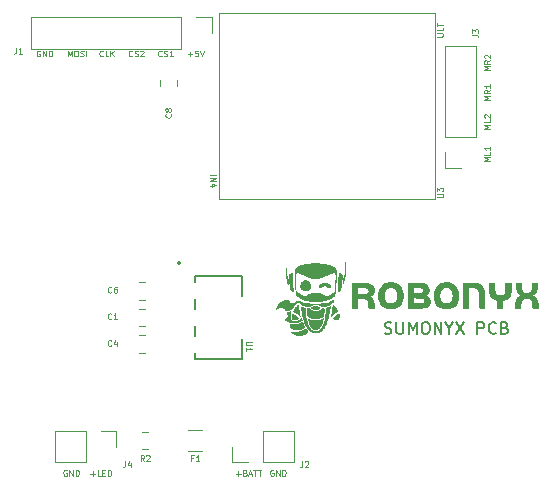
<source format=gbr>
%TF.GenerationSoftware,KiCad,Pcbnew,(6.0.9)*%
%TF.CreationDate,2023-05-29T15:26:19+10:00*%
%TF.ProjectId,SumoNyxPCB2.2,53756d6f-4e79-4785-9043-42322e322e6b,rev?*%
%TF.SameCoordinates,Original*%
%TF.FileFunction,Legend,Top*%
%TF.FilePolarity,Positive*%
%FSLAX46Y46*%
G04 Gerber Fmt 4.6, Leading zero omitted, Abs format (unit mm)*
G04 Created by KiCad (PCBNEW (6.0.9)) date 2023-05-29 15:26:19*
%MOMM*%
%LPD*%
G01*
G04 APERTURE LIST*
%ADD10C,0.100000*%
%ADD11C,0.200000*%
%ADD12C,0.120000*%
%ADD13C,0.152400*%
G04 APERTURE END LIST*
D10*
X165869047Y-67250000D02*
X165821428Y-67226190D01*
X165750000Y-67226190D01*
X165678571Y-67250000D01*
X165630952Y-67297619D01*
X165607142Y-67345238D01*
X165583333Y-67440476D01*
X165583333Y-67511904D01*
X165607142Y-67607142D01*
X165630952Y-67654761D01*
X165678571Y-67702380D01*
X165750000Y-67726190D01*
X165797619Y-67726190D01*
X165869047Y-67702380D01*
X165892857Y-67678571D01*
X165892857Y-67511904D01*
X165797619Y-67511904D01*
X166107142Y-67726190D02*
X166107142Y-67226190D01*
X166392857Y-67726190D01*
X166392857Y-67226190D01*
X166630952Y-67726190D02*
X166630952Y-67226190D01*
X166750000Y-67226190D01*
X166821428Y-67250000D01*
X166869047Y-67297619D01*
X166892857Y-67345238D01*
X166916666Y-67440476D01*
X166916666Y-67511904D01*
X166892857Y-67607142D01*
X166869047Y-67654761D01*
X166821428Y-67702380D01*
X166750000Y-67726190D01*
X166630952Y-67726190D01*
X178357142Y-67535714D02*
X178738095Y-67535714D01*
X178547619Y-67726190D02*
X178547619Y-67345238D01*
X179214285Y-67226190D02*
X178976190Y-67226190D01*
X178952380Y-67464285D01*
X178976190Y-67440476D01*
X179023809Y-67416666D01*
X179142857Y-67416666D01*
X179190476Y-67440476D01*
X179214285Y-67464285D01*
X179238095Y-67511904D01*
X179238095Y-67630952D01*
X179214285Y-67678571D01*
X179190476Y-67702380D01*
X179142857Y-67726190D01*
X179023809Y-67726190D01*
X178976190Y-67702380D01*
X178952380Y-67678571D01*
X179380952Y-67226190D02*
X179547619Y-67726190D01*
X179714285Y-67226190D01*
X168119047Y-102750000D02*
X168071428Y-102726190D01*
X168000000Y-102726190D01*
X167928571Y-102750000D01*
X167880952Y-102797619D01*
X167857142Y-102845238D01*
X167833333Y-102940476D01*
X167833333Y-103011904D01*
X167857142Y-103107142D01*
X167880952Y-103154761D01*
X167928571Y-103202380D01*
X168000000Y-103226190D01*
X168047619Y-103226190D01*
X168119047Y-103202380D01*
X168142857Y-103178571D01*
X168142857Y-103011904D01*
X168047619Y-103011904D01*
X168357142Y-103226190D02*
X168357142Y-102726190D01*
X168642857Y-103226190D01*
X168642857Y-102726190D01*
X168880952Y-103226190D02*
X168880952Y-102726190D01*
X169000000Y-102726190D01*
X169071428Y-102750000D01*
X169119047Y-102797619D01*
X169142857Y-102845238D01*
X169166666Y-102940476D01*
X169166666Y-103011904D01*
X169142857Y-103107142D01*
X169119047Y-103154761D01*
X169071428Y-103202380D01*
X169000000Y-103226190D01*
X168880952Y-103226190D01*
X182464285Y-103035714D02*
X182845238Y-103035714D01*
X182654761Y-103226190D02*
X182654761Y-102845238D01*
X183250000Y-102964285D02*
X183321428Y-102988095D01*
X183345238Y-103011904D01*
X183369047Y-103059523D01*
X183369047Y-103130952D01*
X183345238Y-103178571D01*
X183321428Y-103202380D01*
X183273809Y-103226190D01*
X183083333Y-103226190D01*
X183083333Y-102726190D01*
X183250000Y-102726190D01*
X183297619Y-102750000D01*
X183321428Y-102773809D01*
X183345238Y-102821428D01*
X183345238Y-102869047D01*
X183321428Y-102916666D01*
X183297619Y-102940476D01*
X183250000Y-102964285D01*
X183083333Y-102964285D01*
X183559523Y-103083333D02*
X183797619Y-103083333D01*
X183511904Y-103226190D02*
X183678571Y-102726190D01*
X183845238Y-103226190D01*
X183940476Y-102726190D02*
X184226190Y-102726190D01*
X184083333Y-103226190D02*
X184083333Y-102726190D01*
X184321428Y-102726190D02*
X184607142Y-102726190D01*
X184464285Y-103226190D02*
X184464285Y-102726190D01*
X171202380Y-67678571D02*
X171178571Y-67702380D01*
X171107142Y-67726190D01*
X171059523Y-67726190D01*
X170988095Y-67702380D01*
X170940476Y-67654761D01*
X170916666Y-67607142D01*
X170892857Y-67511904D01*
X170892857Y-67440476D01*
X170916666Y-67345238D01*
X170940476Y-67297619D01*
X170988095Y-67250000D01*
X171059523Y-67226190D01*
X171107142Y-67226190D01*
X171178571Y-67250000D01*
X171202380Y-67273809D01*
X171654761Y-67726190D02*
X171416666Y-67726190D01*
X171416666Y-67226190D01*
X171821428Y-67726190D02*
X171821428Y-67226190D01*
X172107142Y-67726190D02*
X171892857Y-67440476D01*
X172107142Y-67226190D02*
X171821428Y-67511904D01*
X199476190Y-66035714D02*
X199880952Y-66035714D01*
X199928571Y-66011904D01*
X199952380Y-65988095D01*
X199976190Y-65940476D01*
X199976190Y-65845238D01*
X199952380Y-65797619D01*
X199928571Y-65773809D01*
X199880952Y-65750000D01*
X199476190Y-65750000D01*
X199976190Y-65273809D02*
X199976190Y-65511904D01*
X199476190Y-65511904D01*
X199476190Y-65178571D02*
X199476190Y-64892857D01*
X199976190Y-65035714D02*
X199476190Y-65035714D01*
D11*
X195035714Y-91154761D02*
X195178571Y-91202380D01*
X195416666Y-91202380D01*
X195511904Y-91154761D01*
X195559523Y-91107142D01*
X195607142Y-91011904D01*
X195607142Y-90916666D01*
X195559523Y-90821428D01*
X195511904Y-90773809D01*
X195416666Y-90726190D01*
X195226190Y-90678571D01*
X195130952Y-90630952D01*
X195083333Y-90583333D01*
X195035714Y-90488095D01*
X195035714Y-90392857D01*
X195083333Y-90297619D01*
X195130952Y-90250000D01*
X195226190Y-90202380D01*
X195464285Y-90202380D01*
X195607142Y-90250000D01*
X196035714Y-90202380D02*
X196035714Y-91011904D01*
X196083333Y-91107142D01*
X196130952Y-91154761D01*
X196226190Y-91202380D01*
X196416666Y-91202380D01*
X196511904Y-91154761D01*
X196559523Y-91107142D01*
X196607142Y-91011904D01*
X196607142Y-90202380D01*
X197083333Y-91202380D02*
X197083333Y-90202380D01*
X197416666Y-90916666D01*
X197750000Y-90202380D01*
X197750000Y-91202380D01*
X198416666Y-90202380D02*
X198607142Y-90202380D01*
X198702380Y-90250000D01*
X198797619Y-90345238D01*
X198845238Y-90535714D01*
X198845238Y-90869047D01*
X198797619Y-91059523D01*
X198702380Y-91154761D01*
X198607142Y-91202380D01*
X198416666Y-91202380D01*
X198321428Y-91154761D01*
X198226190Y-91059523D01*
X198178571Y-90869047D01*
X198178571Y-90535714D01*
X198226190Y-90345238D01*
X198321428Y-90250000D01*
X198416666Y-90202380D01*
X199273809Y-91202380D02*
X199273809Y-90202380D01*
X199845238Y-91202380D01*
X199845238Y-90202380D01*
X200511904Y-90726190D02*
X200511904Y-91202380D01*
X200178571Y-90202380D02*
X200511904Y-90726190D01*
X200845238Y-90202380D01*
X201083333Y-90202380D02*
X201750000Y-91202380D01*
X201750000Y-90202380D02*
X201083333Y-91202380D01*
X202892857Y-91202380D02*
X202892857Y-90202380D01*
X203273809Y-90202380D01*
X203369047Y-90250000D01*
X203416666Y-90297619D01*
X203464285Y-90392857D01*
X203464285Y-90535714D01*
X203416666Y-90630952D01*
X203369047Y-90678571D01*
X203273809Y-90726190D01*
X202892857Y-90726190D01*
X204464285Y-91107142D02*
X204416666Y-91154761D01*
X204273809Y-91202380D01*
X204178571Y-91202380D01*
X204035714Y-91154761D01*
X203940476Y-91059523D01*
X203892857Y-90964285D01*
X203845238Y-90773809D01*
X203845238Y-90630952D01*
X203892857Y-90440476D01*
X203940476Y-90345238D01*
X204035714Y-90250000D01*
X204178571Y-90202380D01*
X204273809Y-90202380D01*
X204416666Y-90250000D01*
X204464285Y-90297619D01*
X205226190Y-90678571D02*
X205369047Y-90726190D01*
X205416666Y-90773809D01*
X205464285Y-90869047D01*
X205464285Y-91011904D01*
X205416666Y-91107142D01*
X205369047Y-91154761D01*
X205273809Y-91202380D01*
X204892857Y-91202380D01*
X204892857Y-90202380D01*
X205226190Y-90202380D01*
X205321428Y-90250000D01*
X205369047Y-90297619D01*
X205416666Y-90392857D01*
X205416666Y-90488095D01*
X205369047Y-90583333D01*
X205321428Y-90630952D01*
X205226190Y-90678571D01*
X204892857Y-90678571D01*
D10*
X170130952Y-103035714D02*
X170511904Y-103035714D01*
X170321428Y-103226190D02*
X170321428Y-102845238D01*
X170988095Y-103226190D02*
X170750000Y-103226190D01*
X170750000Y-102726190D01*
X171154761Y-102964285D02*
X171321428Y-102964285D01*
X171392857Y-103226190D02*
X171154761Y-103226190D01*
X171154761Y-102726190D01*
X171392857Y-102726190D01*
X171607142Y-103226190D02*
X171607142Y-102726190D01*
X171726190Y-102726190D01*
X171797619Y-102750000D01*
X171845238Y-102797619D01*
X171869047Y-102845238D01*
X171892857Y-102940476D01*
X171892857Y-103011904D01*
X171869047Y-103107142D01*
X171845238Y-103154761D01*
X171797619Y-103202380D01*
X171726190Y-103226190D01*
X171607142Y-103226190D01*
X203976190Y-68904761D02*
X203476190Y-68904761D01*
X203833333Y-68738095D01*
X203476190Y-68571428D01*
X203976190Y-68571428D01*
X203976190Y-68047619D02*
X203738095Y-68214285D01*
X203976190Y-68333333D02*
X203476190Y-68333333D01*
X203476190Y-68142857D01*
X203500000Y-68095238D01*
X203523809Y-68071428D01*
X203571428Y-68047619D01*
X203642857Y-68047619D01*
X203690476Y-68071428D01*
X203714285Y-68095238D01*
X203738095Y-68142857D01*
X203738095Y-68333333D01*
X203523809Y-67857142D02*
X203500000Y-67833333D01*
X203476190Y-67785714D01*
X203476190Y-67666666D01*
X203500000Y-67619047D01*
X203523809Y-67595238D01*
X203571428Y-67571428D01*
X203619047Y-67571428D01*
X203690476Y-67595238D01*
X203976190Y-67880952D01*
X203976190Y-67571428D01*
X203976190Y-71404761D02*
X203476190Y-71404761D01*
X203833333Y-71238095D01*
X203476190Y-71071428D01*
X203976190Y-71071428D01*
X203976190Y-70547619D02*
X203738095Y-70714285D01*
X203976190Y-70833333D02*
X203476190Y-70833333D01*
X203476190Y-70642857D01*
X203500000Y-70595238D01*
X203523809Y-70571428D01*
X203571428Y-70547619D01*
X203642857Y-70547619D01*
X203690476Y-70571428D01*
X203714285Y-70595238D01*
X203738095Y-70642857D01*
X203738095Y-70833333D01*
X203976190Y-70071428D02*
X203976190Y-70357142D01*
X203976190Y-70214285D02*
X203476190Y-70214285D01*
X203547619Y-70261904D01*
X203595238Y-70309523D01*
X203619047Y-70357142D01*
X203976190Y-76607142D02*
X203476190Y-76607142D01*
X203833333Y-76440476D01*
X203476190Y-76273809D01*
X203976190Y-76273809D01*
X203976190Y-75797619D02*
X203976190Y-76035714D01*
X203476190Y-76035714D01*
X203976190Y-75369047D02*
X203976190Y-75654761D01*
X203976190Y-75511904D02*
X203476190Y-75511904D01*
X203547619Y-75559523D01*
X203595238Y-75607142D01*
X203619047Y-75654761D01*
X180273809Y-77750000D02*
X180773809Y-77750000D01*
X180273809Y-77988095D02*
X180773809Y-77988095D01*
X180273809Y-78273809D01*
X180773809Y-78273809D01*
X180607142Y-78726190D02*
X180273809Y-78726190D01*
X180797619Y-78607142D02*
X180440476Y-78488095D01*
X180440476Y-78797619D01*
X185619047Y-102750000D02*
X185571428Y-102726190D01*
X185500000Y-102726190D01*
X185428571Y-102750000D01*
X185380952Y-102797619D01*
X185357142Y-102845238D01*
X185333333Y-102940476D01*
X185333333Y-103011904D01*
X185357142Y-103107142D01*
X185380952Y-103154761D01*
X185428571Y-103202380D01*
X185500000Y-103226190D01*
X185547619Y-103226190D01*
X185619047Y-103202380D01*
X185642857Y-103178571D01*
X185642857Y-103011904D01*
X185547619Y-103011904D01*
X185857142Y-103226190D02*
X185857142Y-102726190D01*
X186142857Y-103226190D01*
X186142857Y-102726190D01*
X186380952Y-103226190D02*
X186380952Y-102726190D01*
X186500000Y-102726190D01*
X186571428Y-102750000D01*
X186619047Y-102797619D01*
X186642857Y-102845238D01*
X186666666Y-102940476D01*
X186666666Y-103011904D01*
X186642857Y-103107142D01*
X186619047Y-103154761D01*
X186571428Y-103202380D01*
X186500000Y-103226190D01*
X186380952Y-103226190D01*
X203976190Y-73857142D02*
X203476190Y-73857142D01*
X203833333Y-73690476D01*
X203476190Y-73523809D01*
X203976190Y-73523809D01*
X203976190Y-73047619D02*
X203976190Y-73285714D01*
X203476190Y-73285714D01*
X203523809Y-72904761D02*
X203500000Y-72880952D01*
X203476190Y-72833333D01*
X203476190Y-72714285D01*
X203500000Y-72666666D01*
X203523809Y-72642857D01*
X203571428Y-72619047D01*
X203619047Y-72619047D01*
X203690476Y-72642857D01*
X203976190Y-72928571D01*
X203976190Y-72619047D01*
X173678571Y-67678571D02*
X173654761Y-67702380D01*
X173583333Y-67726190D01*
X173535714Y-67726190D01*
X173464285Y-67702380D01*
X173416666Y-67654761D01*
X173392857Y-67607142D01*
X173369047Y-67511904D01*
X173369047Y-67440476D01*
X173392857Y-67345238D01*
X173416666Y-67297619D01*
X173464285Y-67250000D01*
X173535714Y-67226190D01*
X173583333Y-67226190D01*
X173654761Y-67250000D01*
X173678571Y-67273809D01*
X173869047Y-67702380D02*
X173940476Y-67726190D01*
X174059523Y-67726190D01*
X174107142Y-67702380D01*
X174130952Y-67678571D01*
X174154761Y-67630952D01*
X174154761Y-67583333D01*
X174130952Y-67535714D01*
X174107142Y-67511904D01*
X174059523Y-67488095D01*
X173964285Y-67464285D01*
X173916666Y-67440476D01*
X173892857Y-67416666D01*
X173869047Y-67369047D01*
X173869047Y-67321428D01*
X173892857Y-67273809D01*
X173916666Y-67250000D01*
X173964285Y-67226190D01*
X174083333Y-67226190D01*
X174154761Y-67250000D01*
X174345238Y-67273809D02*
X174369047Y-67250000D01*
X174416666Y-67226190D01*
X174535714Y-67226190D01*
X174583333Y-67250000D01*
X174607142Y-67273809D01*
X174630952Y-67321428D01*
X174630952Y-67369047D01*
X174607142Y-67440476D01*
X174321428Y-67726190D01*
X174630952Y-67726190D01*
X176178571Y-67678571D02*
X176154761Y-67702380D01*
X176083333Y-67726190D01*
X176035714Y-67726190D01*
X175964285Y-67702380D01*
X175916666Y-67654761D01*
X175892857Y-67607142D01*
X175869047Y-67511904D01*
X175869047Y-67440476D01*
X175892857Y-67345238D01*
X175916666Y-67297619D01*
X175964285Y-67250000D01*
X176035714Y-67226190D01*
X176083333Y-67226190D01*
X176154761Y-67250000D01*
X176178571Y-67273809D01*
X176369047Y-67702380D02*
X176440476Y-67726190D01*
X176559523Y-67726190D01*
X176607142Y-67702380D01*
X176630952Y-67678571D01*
X176654761Y-67630952D01*
X176654761Y-67583333D01*
X176630952Y-67535714D01*
X176607142Y-67511904D01*
X176559523Y-67488095D01*
X176464285Y-67464285D01*
X176416666Y-67440476D01*
X176392857Y-67416666D01*
X176369047Y-67369047D01*
X176369047Y-67321428D01*
X176392857Y-67273809D01*
X176416666Y-67250000D01*
X176464285Y-67226190D01*
X176583333Y-67226190D01*
X176654761Y-67250000D01*
X177130952Y-67726190D02*
X176845238Y-67726190D01*
X176988095Y-67726190D02*
X176988095Y-67226190D01*
X176940476Y-67297619D01*
X176892857Y-67345238D01*
X176845238Y-67369047D01*
X168214285Y-67726190D02*
X168214285Y-67226190D01*
X168380952Y-67583333D01*
X168547619Y-67226190D01*
X168547619Y-67726190D01*
X168880952Y-67226190D02*
X168976190Y-67226190D01*
X169023809Y-67250000D01*
X169071428Y-67297619D01*
X169095238Y-67392857D01*
X169095238Y-67559523D01*
X169071428Y-67654761D01*
X169023809Y-67702380D01*
X168976190Y-67726190D01*
X168880952Y-67726190D01*
X168833333Y-67702380D01*
X168785714Y-67654761D01*
X168761904Y-67559523D01*
X168761904Y-67392857D01*
X168785714Y-67297619D01*
X168833333Y-67250000D01*
X168880952Y-67226190D01*
X169285714Y-67702380D02*
X169357142Y-67726190D01*
X169476190Y-67726190D01*
X169523809Y-67702380D01*
X169547619Y-67678571D01*
X169571428Y-67630952D01*
X169571428Y-67583333D01*
X169547619Y-67535714D01*
X169523809Y-67511904D01*
X169476190Y-67488095D01*
X169380952Y-67464285D01*
X169333333Y-67440476D01*
X169309523Y-67416666D01*
X169285714Y-67369047D01*
X169285714Y-67321428D01*
X169309523Y-67273809D01*
X169333333Y-67250000D01*
X169380952Y-67226190D01*
X169500000Y-67226190D01*
X169571428Y-67250000D01*
X169785714Y-67726190D02*
X169785714Y-67226190D01*
%TO.C,U3*%
X199476190Y-79630952D02*
X199880952Y-79630952D01*
X199928571Y-79607142D01*
X199952380Y-79583333D01*
X199976190Y-79535714D01*
X199976190Y-79440476D01*
X199952380Y-79392857D01*
X199928571Y-79369047D01*
X199880952Y-79345238D01*
X199476190Y-79345238D01*
X199476190Y-79154761D02*
X199476190Y-78845238D01*
X199666666Y-79011904D01*
X199666666Y-78940476D01*
X199690476Y-78892857D01*
X199714285Y-78869047D01*
X199761904Y-78845238D01*
X199880952Y-78845238D01*
X199928571Y-78869047D01*
X199952380Y-78892857D01*
X199976190Y-78940476D01*
X199976190Y-79083333D01*
X199952380Y-79130952D01*
X199928571Y-79154761D01*
%TO.C,C4*%
X171916666Y-92178571D02*
X171892857Y-92202380D01*
X171821428Y-92226190D01*
X171773809Y-92226190D01*
X171702380Y-92202380D01*
X171654761Y-92154761D01*
X171630952Y-92107142D01*
X171607142Y-92011904D01*
X171607142Y-91940476D01*
X171630952Y-91845238D01*
X171654761Y-91797619D01*
X171702380Y-91750000D01*
X171773809Y-91726190D01*
X171821428Y-91726190D01*
X171892857Y-91750000D01*
X171916666Y-91773809D01*
X172345238Y-91892857D02*
X172345238Y-92226190D01*
X172226190Y-91702380D02*
X172107142Y-92059523D01*
X172416666Y-92059523D01*
%TO.C,J3*%
X202476190Y-65916666D02*
X202833333Y-65916666D01*
X202904761Y-65940476D01*
X202952380Y-65988095D01*
X202976190Y-66059523D01*
X202976190Y-66107142D01*
X202476190Y-65726190D02*
X202476190Y-65416666D01*
X202666666Y-65583333D01*
X202666666Y-65511904D01*
X202690476Y-65464285D01*
X202714285Y-65440476D01*
X202761904Y-65416666D01*
X202880952Y-65416666D01*
X202928571Y-65440476D01*
X202952380Y-65464285D01*
X202976190Y-65511904D01*
X202976190Y-65654761D01*
X202952380Y-65702380D01*
X202928571Y-65726190D01*
%TO.C,C8*%
X176928571Y-72583333D02*
X176952380Y-72607142D01*
X176976190Y-72678571D01*
X176976190Y-72726190D01*
X176952380Y-72797619D01*
X176904761Y-72845238D01*
X176857142Y-72869047D01*
X176761904Y-72892857D01*
X176690476Y-72892857D01*
X176595238Y-72869047D01*
X176547619Y-72845238D01*
X176500000Y-72797619D01*
X176476190Y-72726190D01*
X176476190Y-72678571D01*
X176500000Y-72607142D01*
X176523809Y-72583333D01*
X176690476Y-72297619D02*
X176666666Y-72345238D01*
X176642857Y-72369047D01*
X176595238Y-72392857D01*
X176571428Y-72392857D01*
X176523809Y-72369047D01*
X176500000Y-72345238D01*
X176476190Y-72297619D01*
X176476190Y-72202380D01*
X176500000Y-72154761D01*
X176523809Y-72130952D01*
X176571428Y-72107142D01*
X176595238Y-72107142D01*
X176642857Y-72130952D01*
X176666666Y-72154761D01*
X176690476Y-72202380D01*
X176690476Y-72297619D01*
X176714285Y-72345238D01*
X176738095Y-72369047D01*
X176785714Y-72392857D01*
X176880952Y-72392857D01*
X176928571Y-72369047D01*
X176952380Y-72345238D01*
X176976190Y-72297619D01*
X176976190Y-72202380D01*
X176952380Y-72154761D01*
X176928571Y-72130952D01*
X176880952Y-72107142D01*
X176785714Y-72107142D01*
X176738095Y-72130952D01*
X176714285Y-72154761D01*
X176690476Y-72202380D01*
%TO.C,C1*%
X171916666Y-89928571D02*
X171892857Y-89952380D01*
X171821428Y-89976190D01*
X171773809Y-89976190D01*
X171702380Y-89952380D01*
X171654761Y-89904761D01*
X171630952Y-89857142D01*
X171607142Y-89761904D01*
X171607142Y-89690476D01*
X171630952Y-89595238D01*
X171654761Y-89547619D01*
X171702380Y-89500000D01*
X171773809Y-89476190D01*
X171821428Y-89476190D01*
X171892857Y-89500000D01*
X171916666Y-89523809D01*
X172392857Y-89976190D02*
X172107142Y-89976190D01*
X172250000Y-89976190D02*
X172250000Y-89476190D01*
X172202380Y-89547619D01*
X172154761Y-89595238D01*
X172107142Y-89619047D01*
%TO.C,U1*%
X183773809Y-91869047D02*
X183369047Y-91869047D01*
X183321428Y-91892857D01*
X183297619Y-91916666D01*
X183273809Y-91964285D01*
X183273809Y-92059523D01*
X183297619Y-92107142D01*
X183321428Y-92130952D01*
X183369047Y-92154761D01*
X183773809Y-92154761D01*
X183273809Y-92654761D02*
X183273809Y-92369047D01*
X183273809Y-92511904D02*
X183773809Y-92511904D01*
X183702380Y-92464285D01*
X183654761Y-92416666D01*
X183630952Y-92369047D01*
%TO.C,J4*%
X173083333Y-101976190D02*
X173083333Y-102333333D01*
X173059523Y-102404761D01*
X173011904Y-102452380D01*
X172940476Y-102476190D01*
X172892857Y-102476190D01*
X173535714Y-102142857D02*
X173535714Y-102476190D01*
X173416666Y-101952380D02*
X173297619Y-102309523D01*
X173607142Y-102309523D01*
%TO.C,F1*%
X178833333Y-101714285D02*
X178666666Y-101714285D01*
X178666666Y-101976190D02*
X178666666Y-101476190D01*
X178904761Y-101476190D01*
X179357142Y-101976190D02*
X179071428Y-101976190D01*
X179214285Y-101976190D02*
X179214285Y-101476190D01*
X179166666Y-101547619D01*
X179119047Y-101595238D01*
X179071428Y-101619047D01*
%TO.C,R2*%
X174666666Y-101976190D02*
X174500000Y-101738095D01*
X174380952Y-101976190D02*
X174380952Y-101476190D01*
X174571428Y-101476190D01*
X174619047Y-101500000D01*
X174642857Y-101523809D01*
X174666666Y-101571428D01*
X174666666Y-101642857D01*
X174642857Y-101690476D01*
X174619047Y-101714285D01*
X174571428Y-101738095D01*
X174380952Y-101738095D01*
X174857142Y-101523809D02*
X174880952Y-101500000D01*
X174928571Y-101476190D01*
X175047619Y-101476190D01*
X175095238Y-101500000D01*
X175119047Y-101523809D01*
X175142857Y-101571428D01*
X175142857Y-101619047D01*
X175119047Y-101690476D01*
X174833333Y-101976190D01*
X175142857Y-101976190D01*
%TO.C,J2*%
X188083333Y-101976190D02*
X188083333Y-102333333D01*
X188059523Y-102404761D01*
X188011904Y-102452380D01*
X187940476Y-102476190D01*
X187892857Y-102476190D01*
X188297619Y-102023809D02*
X188321428Y-102000000D01*
X188369047Y-101976190D01*
X188488095Y-101976190D01*
X188535714Y-102000000D01*
X188559523Y-102023809D01*
X188583333Y-102071428D01*
X188583333Y-102119047D01*
X188559523Y-102190476D01*
X188273809Y-102476190D01*
X188583333Y-102476190D01*
%TO.C,C6*%
X171916666Y-87678571D02*
X171892857Y-87702380D01*
X171821428Y-87726190D01*
X171773809Y-87726190D01*
X171702380Y-87702380D01*
X171654761Y-87654761D01*
X171630952Y-87607142D01*
X171607142Y-87511904D01*
X171607142Y-87440476D01*
X171630952Y-87345238D01*
X171654761Y-87297619D01*
X171702380Y-87250000D01*
X171773809Y-87226190D01*
X171821428Y-87226190D01*
X171892857Y-87250000D01*
X171916666Y-87273809D01*
X172345238Y-87226190D02*
X172250000Y-87226190D01*
X172202380Y-87250000D01*
X172178571Y-87273809D01*
X172130952Y-87345238D01*
X172107142Y-87440476D01*
X172107142Y-87630952D01*
X172130952Y-87678571D01*
X172154761Y-87702380D01*
X172202380Y-87726190D01*
X172297619Y-87726190D01*
X172345238Y-87702380D01*
X172369047Y-87678571D01*
X172392857Y-87630952D01*
X172392857Y-87511904D01*
X172369047Y-87464285D01*
X172345238Y-87440476D01*
X172297619Y-87416666D01*
X172202380Y-87416666D01*
X172154761Y-87440476D01*
X172130952Y-87464285D01*
X172107142Y-87511904D01*
%TO.C,J1*%
X163833333Y-66976190D02*
X163833333Y-67333333D01*
X163809523Y-67404761D01*
X163761904Y-67452380D01*
X163690476Y-67476190D01*
X163642857Y-67476190D01*
X164333333Y-67476190D02*
X164047619Y-67476190D01*
X164190476Y-67476190D02*
X164190476Y-66976190D01*
X164142857Y-67047619D01*
X164095238Y-67095238D01*
X164047619Y-67119047D01*
D12*
%TO.C,U3*%
X199305000Y-79805000D02*
X181005000Y-79805000D01*
X181005000Y-79805000D02*
X181005000Y-64005000D01*
X181005000Y-64005000D02*
X199305000Y-64005000D01*
X199305000Y-64005000D02*
X199305000Y-79805000D01*
%TO.C,C4*%
X174238748Y-92806500D02*
X174761252Y-92806500D01*
X174238748Y-91336500D02*
X174761252Y-91336500D01*
%TO.C,J3*%
X202805000Y-74530000D02*
X200145000Y-74530000D01*
X202805000Y-66850000D02*
X200145000Y-66850000D01*
X201475000Y-77130000D02*
X200145000Y-77130000D01*
X200145000Y-74530000D02*
X200145000Y-66850000D01*
X200145000Y-77130000D02*
X200145000Y-75800000D01*
X202805000Y-74530000D02*
X202805000Y-66850000D01*
%TO.C,C8*%
X177485000Y-70261252D02*
X177485000Y-69738748D01*
X176015000Y-70261252D02*
X176015000Y-69738748D01*
%TO.C,C1*%
X174238748Y-89086500D02*
X174761252Y-89086500D01*
X174238748Y-90556500D02*
X174761252Y-90556500D01*
D13*
%TO.C,U1*%
X179018800Y-88223153D02*
X179018800Y-89108447D01*
X179018800Y-93301300D02*
X182981200Y-93301300D01*
X179018800Y-90534553D02*
X179018800Y-91419847D01*
X182981200Y-93301300D02*
X182981200Y-91677553D01*
X179018800Y-86341700D02*
X179018800Y-86797047D01*
X182981200Y-86341700D02*
X179018800Y-86341700D01*
X182981200Y-87965447D02*
X182981200Y-86341700D01*
X179018800Y-92845953D02*
X179018800Y-93301300D01*
X177774200Y-85198700D02*
G75*
G03*
X177774200Y-85198700I-127000J0D01*
G01*
D12*
%TO.C,J4*%
X169740000Y-99420000D02*
X169740000Y-102080000D01*
X169740000Y-102080000D02*
X167140000Y-102080000D01*
X172340000Y-99420000D02*
X172340000Y-100750000D01*
X167140000Y-99420000D02*
X167140000Y-102080000D01*
X169740000Y-99420000D02*
X167140000Y-99420000D01*
X171010000Y-99420000D02*
X172340000Y-99420000D01*
%TO.C,F1*%
X179602064Y-101160000D02*
X178397936Y-101160000D01*
X179602064Y-99340000D02*
X178397936Y-99340000D01*
%TO.C,R2*%
X174977064Y-99515000D02*
X174522936Y-99515000D01*
X174977064Y-100985000D02*
X174522936Y-100985000D01*
%TO.C,G\u002A\u002A\u002A*%
G36*
X187948143Y-88705815D02*
G01*
X187946948Y-88704973D01*
X187891094Y-88666668D01*
X187843728Y-88636804D01*
X187802992Y-88614531D01*
X187767026Y-88598999D01*
X187733972Y-88589359D01*
X187701971Y-88584760D01*
X187682508Y-88584067D01*
X187665425Y-88585386D01*
X187648590Y-88590108D01*
X187630331Y-88599386D01*
X187608977Y-88614371D01*
X187582855Y-88636216D01*
X187550293Y-88666070D01*
X187516573Y-88698344D01*
X187415930Y-88803927D01*
X187328543Y-88913040D01*
X187254120Y-89026073D01*
X187208885Y-89109127D01*
X187190543Y-89144221D01*
X187175986Y-89168071D01*
X187164028Y-89182418D01*
X187154862Y-89188508D01*
X187143382Y-89191792D01*
X187120475Y-89197294D01*
X187088248Y-89204578D01*
X187048803Y-89213207D01*
X187004247Y-89222745D01*
X186956684Y-89232755D01*
X186908219Y-89242800D01*
X186860956Y-89252445D01*
X186816999Y-89261251D01*
X186778455Y-89268783D01*
X186747427Y-89274604D01*
X186726020Y-89278277D01*
X186716795Y-89279386D01*
X186707149Y-89275853D01*
X186696814Y-89263875D01*
X186684158Y-89241385D01*
X186679801Y-89232560D01*
X186645686Y-89177881D01*
X186600067Y-89130949D01*
X186543019Y-89091804D01*
X186474616Y-89060488D01*
X186394929Y-89037043D01*
X186305766Y-89021719D01*
X186223875Y-89018597D01*
X186141286Y-89028474D01*
X186060106Y-89050729D01*
X185982443Y-89084741D01*
X185910405Y-89129890D01*
X185892778Y-89143438D01*
X185865652Y-89164572D01*
X185847671Y-89176911D01*
X185837674Y-89180995D01*
X185834497Y-89177365D01*
X185835901Y-89169874D01*
X185839141Y-89157407D01*
X185844312Y-89135741D01*
X185850371Y-89109258D01*
X185851199Y-89105557D01*
X185873534Y-89026918D01*
X185905969Y-88943724D01*
X185947064Y-88859179D01*
X185995379Y-88776485D01*
X186007718Y-88757527D01*
X186040974Y-88712384D01*
X186082369Y-88663762D01*
X186128802Y-88614789D01*
X186177165Y-88568594D01*
X186224357Y-88528304D01*
X186264276Y-88499005D01*
X186333844Y-88456694D01*
X186406950Y-88418838D01*
X186481485Y-88386150D01*
X186555337Y-88359348D01*
X186626397Y-88339147D01*
X186692555Y-88326261D01*
X186751701Y-88321407D01*
X186784031Y-88322756D01*
X186844644Y-88332817D01*
X186896450Y-88350564D01*
X186941857Y-88377483D01*
X186983274Y-88415054D01*
X187023110Y-88464762D01*
X187029424Y-88473833D01*
X187050864Y-88503797D01*
X187073163Y-88532719D01*
X187093182Y-88556629D01*
X187103889Y-88567999D01*
X187143752Y-88598109D01*
X187188900Y-88617290D01*
X187236151Y-88624345D01*
X187252418Y-88623744D01*
X187277129Y-88620335D01*
X187301392Y-88613900D01*
X187327448Y-88603378D01*
X187357541Y-88587706D01*
X187393913Y-88565823D01*
X187438806Y-88536667D01*
X187444915Y-88532601D01*
X187504166Y-88494371D01*
X187555507Y-88464532D01*
X187601421Y-88442232D01*
X187644390Y-88426621D01*
X187686897Y-88416850D01*
X187731424Y-88412068D01*
X187780455Y-88411424D01*
X187797227Y-88411943D01*
X187841289Y-88414450D01*
X187876605Y-88418575D01*
X187908312Y-88425127D01*
X187939995Y-88434408D01*
X187997583Y-88454988D01*
X188047611Y-88477559D01*
X188093516Y-88504240D01*
X188138733Y-88537146D01*
X188186698Y-88578397D01*
X188211856Y-88601924D01*
X188242064Y-88629338D01*
X188274191Y-88656138D01*
X188304283Y-88679153D01*
X188327238Y-88694532D01*
X188348856Y-88706430D01*
X188376281Y-88720166D01*
X188406870Y-88734583D01*
X188437981Y-88748523D01*
X188466971Y-88760829D01*
X188491196Y-88770346D01*
X188508014Y-88775915D01*
X188514661Y-88776570D01*
X188510342Y-88771850D01*
X188496720Y-88760889D01*
X188475939Y-88745343D01*
X188451234Y-88727632D01*
X188412328Y-88698843D01*
X188373774Y-88667812D01*
X188338151Y-88636814D01*
X188308037Y-88608128D01*
X188286012Y-88584029D01*
X188280573Y-88576934D01*
X188267103Y-88558017D01*
X188311471Y-88567318D01*
X188384844Y-88581516D01*
X188468428Y-88595667D01*
X188558534Y-88609265D01*
X188651475Y-88621802D01*
X188743562Y-88632772D01*
X188831108Y-88641667D01*
X188885629Y-88646233D01*
X189087686Y-88656455D01*
X189295466Y-88657485D01*
X189505513Y-88649521D01*
X189714369Y-88632759D01*
X189918580Y-88607395D01*
X190095484Y-88577387D01*
X190123874Y-88572104D01*
X190146554Y-88568259D01*
X190160483Y-88566347D01*
X190163378Y-88566338D01*
X190159975Y-88571989D01*
X190147545Y-88584636D01*
X190127989Y-88602668D01*
X190103203Y-88624477D01*
X190075087Y-88648451D01*
X190045537Y-88672982D01*
X190016454Y-88696460D01*
X189989734Y-88717275D01*
X189967277Y-88733818D01*
X189959896Y-88738888D01*
X189927153Y-88760837D01*
X189905779Y-88775681D01*
X189895521Y-88783949D01*
X189896125Y-88786170D01*
X189907339Y-88782875D01*
X189928907Y-88774593D01*
X189946096Y-88767699D01*
X190015501Y-88737846D01*
X190074807Y-88707751D01*
X190127662Y-88675072D01*
X190177714Y-88637468D01*
X190228609Y-88592596D01*
X190248561Y-88573511D01*
X190321677Y-88502312D01*
X190504040Y-88411079D01*
X190551148Y-88387791D01*
X190594892Y-88366697D01*
X190633550Y-88348585D01*
X190665400Y-88334244D01*
X190688723Y-88324462D01*
X190701795Y-88320027D01*
X190703218Y-88319846D01*
X190719890Y-88325877D01*
X190738398Y-88341940D01*
X190755848Y-88364992D01*
X190767520Y-88387417D01*
X190774181Y-88413562D01*
X190776623Y-88445802D01*
X190774694Y-88477265D01*
X190769942Y-88497154D01*
X190758291Y-88516670D01*
X190738412Y-88539798D01*
X190714039Y-88563055D01*
X190688905Y-88582960D01*
X190666744Y-88596031D01*
X190661912Y-88597887D01*
X190623234Y-88612901D01*
X190586544Y-88632997D01*
X190547539Y-88660680D01*
X190530058Y-88674657D01*
X190429644Y-88748066D01*
X190321531Y-88809955D01*
X190206053Y-88860157D01*
X190086778Y-88897667D01*
X190060743Y-88903912D01*
X190026483Y-88911365D01*
X189986142Y-88919635D01*
X189941860Y-88928331D01*
X189895780Y-88937062D01*
X189850042Y-88945437D01*
X189806790Y-88953067D01*
X189768164Y-88959559D01*
X189736306Y-88964523D01*
X189713359Y-88967568D01*
X189701464Y-88968304D01*
X189700594Y-88968137D01*
X189692098Y-88960260D01*
X189681494Y-88944496D01*
X189677708Y-88937534D01*
X189653610Y-88901707D01*
X189619095Y-88869309D01*
X189572768Y-88839153D01*
X189545044Y-88824695D01*
X189477295Y-88795835D01*
X189407841Y-88775363D01*
X189332156Y-88762073D01*
X189294699Y-88758102D01*
X189210030Y-88754808D01*
X189125511Y-88759334D01*
X189043783Y-88771198D01*
X188967485Y-88789919D01*
X188899258Y-88815014D01*
X188853453Y-88838636D01*
X188821097Y-88859255D01*
X188797299Y-88877998D01*
X188777945Y-88898715D01*
X188758922Y-88925257D01*
X188755836Y-88929989D01*
X188747030Y-88943552D01*
X188739162Y-88953691D01*
X188730315Y-88960567D01*
X188718575Y-88964346D01*
X188702026Y-88965191D01*
X188678752Y-88963264D01*
X188646838Y-88958730D01*
X188604368Y-88951753D01*
X188569626Y-88945889D01*
X188468686Y-88927375D01*
X188379226Y-88907448D01*
X188298828Y-88885172D01*
X188225074Y-88859612D01*
X188155547Y-88829831D01*
X188087828Y-88794895D01*
X188066740Y-88782233D01*
X188524063Y-88782233D01*
X188527539Y-88785710D01*
X188531016Y-88782233D01*
X188527539Y-88778757D01*
X188524063Y-88782233D01*
X188066740Y-88782233D01*
X188019499Y-88753868D01*
X187948143Y-88705815D01*
G37*
G36*
X187202502Y-89490033D02*
G01*
X187223839Y-89496297D01*
X187255610Y-89506916D01*
X187262348Y-89509233D01*
X187364379Y-89548200D01*
X187453784Y-89590665D01*
X187531573Y-89637400D01*
X187598758Y-89689174D01*
X187656349Y-89746760D01*
X187705355Y-89810928D01*
X187743795Y-89876567D01*
X187757747Y-89904100D01*
X187765871Y-89922037D01*
X187768856Y-89933065D01*
X187767392Y-89939874D01*
X187762169Y-89945151D01*
X187761529Y-89945650D01*
X187743621Y-89956987D01*
X187715796Y-89971678D01*
X187681203Y-89988316D01*
X187642992Y-90005493D01*
X187604310Y-90021802D01*
X187568308Y-90035837D01*
X187538133Y-90046191D01*
X187533233Y-90047650D01*
X187486512Y-90058849D01*
X187438803Y-90066303D01*
X187393459Y-90069783D01*
X187353831Y-90069060D01*
X187323269Y-90063905D01*
X187318552Y-90062327D01*
X187289496Y-90047352D01*
X187264263Y-90024911D01*
X187241926Y-89993567D01*
X187221555Y-89951882D01*
X187202221Y-89898420D01*
X187193047Y-89868189D01*
X187175364Y-89789463D01*
X187165473Y-89705376D01*
X187163923Y-89622059D01*
X187167023Y-89576860D01*
X187170611Y-89545534D01*
X187174212Y-89518672D01*
X187177329Y-89499748D01*
X187178957Y-89493088D01*
X187182274Y-89488857D01*
X187189385Y-89487696D01*
X187202502Y-89490033D01*
G37*
G36*
X187713986Y-88747893D02*
G01*
X187715154Y-88748160D01*
X187738025Y-88754641D01*
X187755250Y-88762940D01*
X187767922Y-88775110D01*
X187777130Y-88793203D01*
X187783965Y-88819273D01*
X187789518Y-88855373D01*
X187794199Y-88896961D01*
X187807913Y-89015974D01*
X187825098Y-89143843D01*
X187845071Y-89276149D01*
X187867148Y-89408478D01*
X187890649Y-89536412D01*
X187901576Y-89591719D01*
X187909532Y-89631671D01*
X187916410Y-89667433D01*
X187921758Y-89696555D01*
X187925124Y-89716586D01*
X187926089Y-89724622D01*
X187920961Y-89733837D01*
X187908413Y-89746940D01*
X187892698Y-89760260D01*
X187878068Y-89770125D01*
X187869975Y-89773063D01*
X187865010Y-89767592D01*
X187855319Y-89753358D01*
X187844893Y-89736559D01*
X187814779Y-89692636D01*
X187776201Y-89645898D01*
X187732807Y-89600362D01*
X187688246Y-89560043D01*
X187674385Y-89548935D01*
X187623573Y-89511572D01*
X187572668Y-89478470D01*
X187519133Y-89448336D01*
X187460428Y-89419881D01*
X187394017Y-89391813D01*
X187317361Y-89362840D01*
X187288216Y-89352449D01*
X187285854Y-89344658D01*
X187289393Y-89326331D01*
X187298176Y-89299195D01*
X187311546Y-89264977D01*
X187328846Y-89225404D01*
X187349421Y-89182204D01*
X187363552Y-89154320D01*
X187400531Y-89087618D01*
X187439955Y-89026311D01*
X187484179Y-88967251D01*
X187535560Y-88907293D01*
X187596457Y-88843291D01*
X187596950Y-88842793D01*
X187630630Y-88808968D01*
X187656139Y-88783915D01*
X187674987Y-88766424D01*
X187688684Y-88755287D01*
X187698743Y-88749292D01*
X187706673Y-88747231D01*
X187713986Y-88747893D01*
G37*
G36*
X188409335Y-90777221D02*
G01*
X188418763Y-90784109D01*
X188433682Y-90800100D01*
X188451920Y-90822693D01*
X188468437Y-90845261D01*
X188492317Y-90877129D01*
X188522128Y-90913658D01*
X188553733Y-90949916D01*
X188578008Y-90975906D01*
X188642384Y-91042020D01*
X188619727Y-91061057D01*
X188594785Y-91080725D01*
X188561190Y-91105414D01*
X188522169Y-91132911D01*
X188480946Y-91161004D01*
X188440748Y-91187478D01*
X188404798Y-91210122D01*
X188387115Y-91220657D01*
X188285026Y-91274968D01*
X188186457Y-91317401D01*
X188089014Y-91348663D01*
X187990302Y-91369462D01*
X187887926Y-91380505D01*
X187839174Y-91382498D01*
X187799223Y-91383138D01*
X187762379Y-91383321D01*
X187731693Y-91383061D01*
X187710223Y-91382373D01*
X187703586Y-91381835D01*
X187624691Y-91367891D01*
X187541406Y-91346054D01*
X187459381Y-91318051D01*
X187384266Y-91285610D01*
X187376666Y-91281844D01*
X187338753Y-91261278D01*
X187298263Y-91236704D01*
X187256784Y-91209363D01*
X187215906Y-91180498D01*
X187177219Y-91151350D01*
X187142312Y-91123161D01*
X187112775Y-91097172D01*
X187090196Y-91074626D01*
X187076166Y-91056765D01*
X187072274Y-91044830D01*
X187072450Y-91044163D01*
X187082151Y-91036343D01*
X187104715Y-91030792D01*
X187139285Y-91027523D01*
X187185000Y-91026553D01*
X187241003Y-91027896D01*
X187306433Y-91031567D01*
X187380432Y-91037582D01*
X187390693Y-91038543D01*
X187507175Y-91042860D01*
X187623721Y-91033593D01*
X187741138Y-91010662D01*
X187780072Y-91000124D01*
X187804527Y-90992449D01*
X187840009Y-90980462D01*
X187884571Y-90964862D01*
X187936268Y-90946348D01*
X187993154Y-90925617D01*
X188053283Y-90903368D01*
X188114707Y-90880300D01*
X188127731Y-90875363D01*
X188191364Y-90851412D01*
X188249101Y-90830097D01*
X188299789Y-90811821D01*
X188342271Y-90796986D01*
X188375392Y-90785996D01*
X188397997Y-90779253D01*
X188408932Y-90777160D01*
X188409335Y-90777221D01*
G37*
G36*
X187124554Y-89296011D02*
G01*
X187124143Y-89303406D01*
X187121187Y-89321970D01*
X187116123Y-89349286D01*
X187109388Y-89382940D01*
X187105386Y-89402066D01*
X187092016Y-89477698D01*
X187082995Y-89556228D01*
X187078487Y-89634078D01*
X187078655Y-89707671D01*
X187083662Y-89773427D01*
X187087333Y-89798342D01*
X187105664Y-89882874D01*
X187129296Y-89957078D01*
X187157893Y-90020373D01*
X187191122Y-90072176D01*
X187228649Y-90111905D01*
X187270139Y-90138976D01*
X187286618Y-90145734D01*
X187327534Y-90155012D01*
X187377623Y-90158407D01*
X187433497Y-90156011D01*
X187491772Y-90147914D01*
X187531292Y-90139135D01*
X187604407Y-90117427D01*
X187673353Y-90090802D01*
X187740723Y-90057896D01*
X187809109Y-90017344D01*
X187881107Y-89967783D01*
X187935853Y-89926366D01*
X187965993Y-89903116D01*
X187992151Y-89883459D01*
X188012458Y-89868760D01*
X188025043Y-89860381D01*
X188028255Y-89859005D01*
X188032123Y-89867472D01*
X188038738Y-89886545D01*
X188047277Y-89913394D01*
X188056915Y-89945187D01*
X188066827Y-89979090D01*
X188076188Y-90012272D01*
X188084175Y-90041901D01*
X188089962Y-90065145D01*
X188092725Y-90079171D01*
X188092846Y-90080844D01*
X188091474Y-90091072D01*
X188086113Y-90100494D01*
X188075097Y-90110224D01*
X188056765Y-90121372D01*
X188029450Y-90135052D01*
X187991490Y-90152376D01*
X187974761Y-90159779D01*
X187845312Y-90210300D01*
X187710602Y-90250609D01*
X187573145Y-90280223D01*
X187435458Y-90298659D01*
X187300055Y-90305435D01*
X187223816Y-90303845D01*
X187187902Y-90301551D01*
X187147842Y-90298102D01*
X187107166Y-90293895D01*
X187069405Y-90289329D01*
X187038088Y-90284803D01*
X187016748Y-90280713D01*
X187015221Y-90280322D01*
X186997922Y-90272327D01*
X186975690Y-90257494D01*
X186953252Y-90238989D01*
X186952642Y-90238425D01*
X186923184Y-90213399D01*
X186891547Y-90191566D01*
X186855289Y-90171690D01*
X186811969Y-90152535D01*
X186759145Y-90132863D01*
X186715119Y-90118095D01*
X186657149Y-90098737D01*
X186610963Y-90082159D01*
X186577048Y-90068550D01*
X186555890Y-90058097D01*
X186550425Y-90054271D01*
X186552164Y-90047322D01*
X186561249Y-90032889D01*
X186575576Y-90013693D01*
X186593041Y-89992454D01*
X186611539Y-89971890D01*
X186623493Y-89959817D01*
X186646637Y-89940352D01*
X186676277Y-89919130D01*
X186706386Y-89900440D01*
X186709280Y-89898825D01*
X186756953Y-89868239D01*
X186791944Y-89835555D01*
X186815457Y-89799483D01*
X186824814Y-89774794D01*
X186828827Y-89759599D01*
X186831413Y-89744853D01*
X186832369Y-89728746D01*
X186831491Y-89709465D01*
X186828577Y-89685197D01*
X186823421Y-89654132D01*
X186815822Y-89614456D01*
X186805575Y-89564359D01*
X186796142Y-89519384D01*
X186787295Y-89476174D01*
X186779907Y-89437619D01*
X186774327Y-89405764D01*
X186770905Y-89382653D01*
X186769992Y-89370329D01*
X186770356Y-89368917D01*
X186778272Y-89366280D01*
X186797462Y-89361501D01*
X186825719Y-89355036D01*
X186860835Y-89347337D01*
X186900604Y-89338859D01*
X186942818Y-89330057D01*
X186985270Y-89321385D01*
X187025753Y-89313297D01*
X187062061Y-89306248D01*
X187091984Y-89300691D01*
X187113318Y-89297081D01*
X187123853Y-89295873D01*
X187124554Y-89296011D01*
G37*
G36*
X192277817Y-86900781D02*
G01*
X192280989Y-86898516D01*
X192285132Y-86896524D01*
X192291107Y-86894787D01*
X192299773Y-86893289D01*
X192311990Y-86892011D01*
X192328619Y-86890936D01*
X192350519Y-86890048D01*
X192378551Y-86889327D01*
X192413573Y-86888757D01*
X192456448Y-86888321D01*
X192508033Y-86888001D01*
X192569190Y-86887779D01*
X192640779Y-86887639D01*
X192723658Y-86887562D01*
X192818689Y-86887532D01*
X192926732Y-86887530D01*
X192931417Y-86887530D01*
X193044780Y-86887573D01*
X193145101Y-86887692D01*
X193233243Y-86887901D01*
X193310072Y-86888212D01*
X193376450Y-86888638D01*
X193433241Y-86889190D01*
X193481310Y-86889882D01*
X193521521Y-86890725D01*
X193554738Y-86891732D01*
X193581823Y-86892915D01*
X193603643Y-86894287D01*
X193621060Y-86895860D01*
X193634657Y-86897603D01*
X193738543Y-86919038D01*
X193833156Y-86950297D01*
X193918254Y-86991217D01*
X193993594Y-87041635D01*
X194058935Y-87101389D01*
X194114034Y-87170317D01*
X194158649Y-87248255D01*
X194159322Y-87249672D01*
X194178367Y-87292537D01*
X194192616Y-87331924D01*
X194202697Y-87371124D01*
X194209237Y-87413427D01*
X194212864Y-87462122D01*
X194214206Y-87520500D01*
X194214258Y-87537612D01*
X194213400Y-87599169D01*
X194210407Y-87650124D01*
X194204650Y-87693703D01*
X194195501Y-87733128D01*
X194182332Y-87771623D01*
X194164513Y-87812412D01*
X194158075Y-87825766D01*
X194125323Y-87879341D01*
X194081757Y-87930721D01*
X194030450Y-87976926D01*
X193974471Y-88014974D01*
X193949571Y-88028161D01*
X193922888Y-88041365D01*
X193901617Y-88052481D01*
X193888407Y-88060089D01*
X193885373Y-88062578D01*
X193891145Y-88066887D01*
X193906350Y-88074662D01*
X193925071Y-88083074D01*
X193958859Y-88101888D01*
X193995364Y-88131069D01*
X194014379Y-88149129D01*
X194056449Y-88198323D01*
X194093170Y-88257396D01*
X194124704Y-88326877D01*
X194151218Y-88407294D01*
X194172876Y-88499175D01*
X194189844Y-88603048D01*
X194202286Y-88719441D01*
X194205431Y-88760743D01*
X194208059Y-88807221D01*
X194209922Y-88857427D01*
X194210873Y-88905839D01*
X194210762Y-88946932D01*
X194210615Y-88953216D01*
X194209512Y-88988700D01*
X194208117Y-89013067D01*
X194205827Y-89029103D01*
X194202039Y-89039593D01*
X194196150Y-89047324D01*
X194188786Y-89054026D01*
X194169277Y-89070791D01*
X193946817Y-89070791D01*
X193879718Y-89070675D01*
X193825181Y-89070204D01*
X193781862Y-89069193D01*
X193748418Y-89067457D01*
X193723505Y-89064813D01*
X193705780Y-89061074D01*
X193693900Y-89056057D01*
X193686521Y-89049576D01*
X193682299Y-89041447D01*
X193680397Y-89034160D01*
X193679234Y-89022579D01*
X193677852Y-88999525D01*
X193676363Y-88967425D01*
X193674879Y-88928709D01*
X193673512Y-88885805D01*
X193673403Y-88881984D01*
X193669396Y-88788974D01*
X193662857Y-88707995D01*
X193653570Y-88637366D01*
X193641317Y-88575406D01*
X193627309Y-88524835D01*
X193605241Y-88468026D01*
X193577996Y-88422030D01*
X193543567Y-88384805D01*
X193499948Y-88354310D01*
X193445132Y-88328501D01*
X193428033Y-88322029D01*
X193400763Y-88312374D01*
X193376098Y-88304458D01*
X193352242Y-88298086D01*
X193327402Y-88293063D01*
X193299780Y-88289193D01*
X193267584Y-88286283D01*
X193229016Y-88284137D01*
X193182282Y-88282560D01*
X193125586Y-88281358D01*
X193057135Y-88280336D01*
X193042070Y-88280138D01*
X192793667Y-88276926D01*
X192791756Y-88660569D01*
X192789844Y-89044213D01*
X192773429Y-89057502D01*
X192768213Y-89061152D01*
X192761554Y-89064061D01*
X192751946Y-89066310D01*
X192737880Y-89067977D01*
X192717848Y-89069143D01*
X192690342Y-89069887D01*
X192653854Y-89070288D01*
X192606876Y-89070427D01*
X192547900Y-89070382D01*
X192530068Y-89070350D01*
X192474593Y-89070054D01*
X192423060Y-89069420D01*
X192377253Y-89068498D01*
X192338955Y-89067338D01*
X192309951Y-89065989D01*
X192292022Y-89064501D01*
X192287375Y-89063583D01*
X192273051Y-89052462D01*
X192264711Y-89039061D01*
X192263681Y-89029285D01*
X192262756Y-89005753D01*
X192261938Y-88968614D01*
X192261227Y-88918018D01*
X192260623Y-88854114D01*
X192260128Y-88777052D01*
X192259741Y-88686982D01*
X192259465Y-88584054D01*
X192259299Y-88468416D01*
X192259245Y-88340218D01*
X192259302Y-88199611D01*
X192259473Y-88046744D01*
X192259597Y-87967468D01*
X192259887Y-87798357D01*
X192793321Y-87798357D01*
X193153625Y-87798357D01*
X193235693Y-87798308D01*
X193305060Y-87798140D01*
X193362931Y-87797818D01*
X193410511Y-87797309D01*
X193449007Y-87796580D01*
X193479622Y-87795596D01*
X193503562Y-87794325D01*
X193522032Y-87792733D01*
X193536238Y-87790786D01*
X193547384Y-87788451D01*
X193551695Y-87787273D01*
X193578887Y-87776655D01*
X193603004Y-87760383D01*
X193624323Y-87740339D01*
X193647403Y-87713527D01*
X193663210Y-87686451D01*
X193673394Y-87655032D01*
X193679606Y-87615191D01*
X193681007Y-87600191D01*
X193680812Y-87541534D01*
X193670301Y-87489471D01*
X193649939Y-87445240D01*
X193620194Y-87410083D01*
X193605118Y-87398391D01*
X193592679Y-87390322D01*
X193580204Y-87383479D01*
X193566483Y-87377760D01*
X193550305Y-87373066D01*
X193530459Y-87369295D01*
X193505735Y-87366347D01*
X193474922Y-87364122D01*
X193436810Y-87362519D01*
X193390187Y-87361437D01*
X193333843Y-87360776D01*
X193266568Y-87360436D01*
X193187150Y-87360315D01*
X193146473Y-87360306D01*
X192793321Y-87360306D01*
X192793321Y-87798357D01*
X192259887Y-87798357D01*
X192261402Y-86914072D01*
X192277817Y-86900781D01*
G37*
G36*
X202331148Y-86887583D02*
G01*
X202419323Y-86887738D01*
X202495620Y-86888012D01*
X202561051Y-86888424D01*
X202616630Y-86888992D01*
X202663371Y-86889735D01*
X202702287Y-86890670D01*
X202734391Y-86891817D01*
X202760698Y-86893193D01*
X202782221Y-86894817D01*
X202799973Y-86896707D01*
X202809390Y-86898000D01*
X202915016Y-86918160D01*
X203009983Y-86945674D01*
X203095845Y-86981246D01*
X203174158Y-87025580D01*
X203246475Y-87079380D01*
X203283986Y-87113001D01*
X203346332Y-87179337D01*
X203400642Y-87252354D01*
X203447482Y-87333224D01*
X203487417Y-87423118D01*
X203521013Y-87523205D01*
X203548836Y-87634657D01*
X203557997Y-87680153D01*
X203560582Y-87694128D01*
X203562861Y-87707703D01*
X203564857Y-87721826D01*
X203566593Y-87737443D01*
X203568094Y-87755501D01*
X203569381Y-87776949D01*
X203570480Y-87802733D01*
X203571412Y-87833800D01*
X203572203Y-87871098D01*
X203572874Y-87915574D01*
X203573450Y-87968175D01*
X203573955Y-88029848D01*
X203574411Y-88101542D01*
X203574842Y-88184202D01*
X203575271Y-88278776D01*
X203575722Y-88386212D01*
X203575771Y-88398049D01*
X203578390Y-89035984D01*
X203543583Y-89070791D01*
X203314750Y-89070791D01*
X203252168Y-89070756D01*
X203201980Y-89070596D01*
X203162674Y-89070224D01*
X203132738Y-89069554D01*
X203110658Y-89068499D01*
X203094923Y-89066973D01*
X203084021Y-89064891D01*
X203076438Y-89062165D01*
X203070664Y-89058711D01*
X203068045Y-89056733D01*
X203050173Y-89042675D01*
X203047497Y-88443114D01*
X203046994Y-88333225D01*
X203046493Y-88236253D01*
X203045941Y-88151210D01*
X203045289Y-88077107D01*
X203044482Y-88012956D01*
X203043471Y-87957767D01*
X203042203Y-87910552D01*
X203040627Y-87870323D01*
X203038690Y-87836090D01*
X203036342Y-87806866D01*
X203033531Y-87781660D01*
X203030204Y-87759485D01*
X203026311Y-87739352D01*
X203021799Y-87720272D01*
X203016617Y-87701256D01*
X203010714Y-87681316D01*
X203007057Y-87669323D01*
X202979922Y-87599317D01*
X202943895Y-87535656D01*
X202900396Y-87480199D01*
X202850845Y-87434805D01*
X202805905Y-87405980D01*
X202782873Y-87394432D01*
X202760896Y-87385005D01*
X202738258Y-87377487D01*
X202713246Y-87371665D01*
X202684148Y-87367325D01*
X202649249Y-87364256D01*
X202606835Y-87362244D01*
X202555194Y-87361077D01*
X202492611Y-87360541D01*
X202439133Y-87360427D01*
X202214892Y-87360306D01*
X202214892Y-88191558D01*
X202214898Y-88319127D01*
X202214895Y-88433517D01*
X202214853Y-88535451D01*
X202214743Y-88625658D01*
X202214533Y-88704861D01*
X202214195Y-88773788D01*
X202213698Y-88833164D01*
X202213011Y-88883715D01*
X202212106Y-88926167D01*
X202210951Y-88961247D01*
X202209517Y-88989679D01*
X202207774Y-89012189D01*
X202205692Y-89029505D01*
X202203240Y-89042351D01*
X202200389Y-89051454D01*
X202197108Y-89057539D01*
X202193367Y-89061333D01*
X202189137Y-89063561D01*
X202184387Y-89064949D01*
X202179087Y-89066224D01*
X202178666Y-89066335D01*
X202165980Y-89067836D01*
X202141850Y-89068987D01*
X202108340Y-89069803D01*
X202067515Y-89070301D01*
X202021437Y-89070498D01*
X201972172Y-89070409D01*
X201921782Y-89070050D01*
X201872332Y-89069439D01*
X201825885Y-89068590D01*
X201784506Y-89067520D01*
X201750259Y-89066246D01*
X201725206Y-89064784D01*
X201711413Y-89063149D01*
X201709841Y-89062658D01*
X201695464Y-89050794D01*
X201687243Y-89038466D01*
X201686171Y-89029234D01*
X201685174Y-89007033D01*
X201684251Y-88972800D01*
X201683402Y-88927470D01*
X201682628Y-88871982D01*
X201681929Y-88807270D01*
X201681304Y-88734273D01*
X201680754Y-88653927D01*
X201680279Y-88567168D01*
X201679878Y-88474934D01*
X201679552Y-88378160D01*
X201679300Y-88277785D01*
X201679124Y-88174744D01*
X201679022Y-88069974D01*
X201678995Y-87964412D01*
X201679043Y-87858995D01*
X201679166Y-87754659D01*
X201679364Y-87652341D01*
X201679636Y-87552979D01*
X201679984Y-87457507D01*
X201680406Y-87366865D01*
X201680904Y-87281987D01*
X201681477Y-87203810D01*
X201682124Y-87133273D01*
X201682847Y-87071310D01*
X201683645Y-87018860D01*
X201684518Y-86976858D01*
X201685466Y-86946241D01*
X201686490Y-86927947D01*
X201687181Y-86923146D01*
X201696213Y-86905764D01*
X201707334Y-86894432D01*
X201707584Y-86894296D01*
X201717108Y-86892938D01*
X201740017Y-86891717D01*
X201775787Y-86890637D01*
X201823898Y-86889707D01*
X201883827Y-86888933D01*
X201955053Y-86888321D01*
X202037053Y-86887879D01*
X202129305Y-86887613D01*
X202230080Y-86887530D01*
X202331148Y-86887583D01*
G37*
G36*
X189890594Y-89893937D02*
G01*
X189886780Y-89913155D01*
X189880054Y-89941751D01*
X189870954Y-89977756D01*
X189860013Y-90019194D01*
X189847766Y-90064095D01*
X189834749Y-90110485D01*
X189821496Y-90156393D01*
X189808543Y-90199845D01*
X189796424Y-90238869D01*
X189789485Y-90260214D01*
X189746537Y-90378093D01*
X189700052Y-90484295D01*
X189650252Y-90578475D01*
X189597358Y-90660289D01*
X189541592Y-90729394D01*
X189483175Y-90785447D01*
X189424320Y-90826945D01*
X189360681Y-90856553D01*
X189291107Y-90875174D01*
X189218844Y-90882260D01*
X189147143Y-90877265D01*
X189136233Y-90875364D01*
X189065798Y-90854983D01*
X188998710Y-90821188D01*
X188935094Y-90774095D01*
X188875074Y-90713819D01*
X188818775Y-90640474D01*
X188766323Y-90554176D01*
X188746946Y-90517054D01*
X188710343Y-90438924D01*
X188674220Y-90352483D01*
X188640746Y-90263221D01*
X188612091Y-90176629D01*
X188610946Y-90172871D01*
X188600655Y-90137753D01*
X188589693Y-90098287D01*
X188578609Y-90056691D01*
X188567951Y-90015186D01*
X188558268Y-89975990D01*
X188550107Y-89941322D01*
X188544017Y-89913401D01*
X188540546Y-89894446D01*
X188540240Y-89886679D01*
X188547245Y-89888421D01*
X188563966Y-89895419D01*
X188587783Y-89906514D01*
X188611863Y-89918406D01*
X188721418Y-89968623D01*
X188829376Y-90007175D01*
X188938590Y-90034732D01*
X189051913Y-90051963D01*
X189172199Y-90059536D01*
X189215905Y-90060030D01*
X189343825Y-90054932D01*
X189464279Y-90039462D01*
X189579666Y-90013045D01*
X189692387Y-89975108D01*
X189804843Y-89925078D01*
X189826111Y-89914296D01*
X189852335Y-89901247D01*
X189873712Y-89891540D01*
X189887449Y-89886392D01*
X189890964Y-89886072D01*
X189890594Y-89893937D01*
G37*
G36*
X186680734Y-84943756D02*
G01*
X186684419Y-84956729D01*
X186688121Y-84978032D01*
X186691945Y-85008533D01*
X186695994Y-85049099D01*
X186700370Y-85100599D01*
X186705178Y-85163901D01*
X186710520Y-85239875D01*
X186712853Y-85274349D01*
X186722312Y-85413294D01*
X186731513Y-85544213D01*
X186740392Y-85666295D01*
X186748887Y-85778730D01*
X186756934Y-85880705D01*
X186764471Y-85971411D01*
X186771436Y-86050036D01*
X186777764Y-86115768D01*
X186779109Y-86128852D01*
X186784721Y-86180021D01*
X186789989Y-86220765D01*
X186795570Y-86254531D01*
X186802119Y-86284765D01*
X186810290Y-86314912D01*
X186820738Y-86348419D01*
X186821000Y-86349223D01*
X186834504Y-86388768D01*
X186845401Y-86416040D01*
X186854264Y-86432303D01*
X186861573Y-86438794D01*
X186870877Y-86442287D01*
X186878528Y-86447232D01*
X186884863Y-86455083D01*
X186890220Y-86467292D01*
X186894936Y-86485312D01*
X186899348Y-86510597D01*
X186903794Y-86544599D01*
X186908612Y-86588771D01*
X186914137Y-86644566D01*
X186917496Y-86679635D01*
X186926526Y-86775335D01*
X186934114Y-86857755D01*
X186940303Y-86927441D01*
X186945138Y-86984939D01*
X186948660Y-87030797D01*
X186950914Y-87065559D01*
X186951943Y-87089774D01*
X186951791Y-87103986D01*
X186951419Y-87106940D01*
X186948392Y-87111679D01*
X186941811Y-87108123D01*
X186930237Y-87095051D01*
X186916950Y-87077637D01*
X186879274Y-87019571D01*
X186844768Y-86951118D01*
X186813367Y-86871944D01*
X186785001Y-86781714D01*
X186759605Y-86680097D01*
X186737110Y-86566757D01*
X186717449Y-86441361D01*
X186700556Y-86303576D01*
X186686362Y-86153067D01*
X186674800Y-85989502D01*
X186666886Y-85837558D01*
X186665303Y-85794019D01*
X186664012Y-85742361D01*
X186663005Y-85683977D01*
X186662272Y-85620256D01*
X186661803Y-85552590D01*
X186661589Y-85482370D01*
X186661620Y-85410986D01*
X186661887Y-85339830D01*
X186662381Y-85270293D01*
X186663091Y-85203765D01*
X186664009Y-85141638D01*
X186665125Y-85085302D01*
X186666430Y-85036149D01*
X186667914Y-84995570D01*
X186669567Y-84964955D01*
X186671380Y-84945695D01*
X186673007Y-84939323D01*
X186676965Y-84938243D01*
X186680734Y-84943756D01*
G37*
G36*
X191755793Y-84938839D02*
G01*
X191757798Y-84940732D01*
X191759511Y-84945365D01*
X191760942Y-84953652D01*
X191762103Y-84966506D01*
X191763005Y-84984841D01*
X191763657Y-85009570D01*
X191764072Y-85041606D01*
X191764259Y-85081864D01*
X191764229Y-85131255D01*
X191763994Y-85190695D01*
X191763564Y-85261096D01*
X191762950Y-85343371D01*
X191762163Y-85438434D01*
X191761964Y-85461513D01*
X191760644Y-85595019D01*
X191759051Y-85715790D01*
X191757097Y-85824994D01*
X191754692Y-85923802D01*
X191751748Y-86013383D01*
X191748177Y-86094906D01*
X191743890Y-86169542D01*
X191738799Y-86238459D01*
X191732814Y-86302827D01*
X191725847Y-86363816D01*
X191717810Y-86422595D01*
X191708613Y-86480334D01*
X191698169Y-86538203D01*
X191686389Y-86597370D01*
X191673184Y-86659006D01*
X191670226Y-86672351D01*
X191643423Y-86780172D01*
X191613933Y-86874801D01*
X191581565Y-86956724D01*
X191546131Y-87026429D01*
X191513070Y-87076964D01*
X191493499Y-87101604D01*
X191480008Y-87114116D01*
X191472097Y-87114621D01*
X191469265Y-87103240D01*
X191470129Y-87087393D01*
X191471495Y-87074236D01*
X191474090Y-87048859D01*
X191477752Y-87012880D01*
X191482316Y-86967915D01*
X191487618Y-86915582D01*
X191493494Y-86857498D01*
X191499779Y-86795278D01*
X191502968Y-86763689D01*
X191532647Y-86469535D01*
X191560894Y-86440366D01*
X191578594Y-86419079D01*
X191592244Y-86394504D01*
X191604467Y-86361760D01*
X191606424Y-86355570D01*
X191614269Y-86329797D01*
X191621279Y-86305215D01*
X191627570Y-86280760D01*
X191633261Y-86255368D01*
X191638471Y-86227976D01*
X191643316Y-86197521D01*
X191647916Y-86162938D01*
X191652387Y-86123164D01*
X191656848Y-86077135D01*
X191661417Y-86023787D01*
X191666212Y-85962058D01*
X191671351Y-85890883D01*
X191676951Y-85809198D01*
X191683132Y-85715940D01*
X191690010Y-85610045D01*
X191691256Y-85590719D01*
X191698682Y-85476776D01*
X191705436Y-85376021D01*
X191711588Y-85287758D01*
X191717206Y-85211288D01*
X191722361Y-85145914D01*
X191727120Y-85090938D01*
X191731553Y-85045663D01*
X191735729Y-85009391D01*
X191739717Y-84981425D01*
X191743586Y-84961066D01*
X191747405Y-84947616D01*
X191751244Y-84940379D01*
X191755171Y-84938657D01*
X191755793Y-84938839D01*
G37*
G36*
X188176599Y-90307668D02*
G01*
X188196582Y-90359249D01*
X188219762Y-90415072D01*
X188244829Y-90472296D01*
X188270475Y-90528080D01*
X188295390Y-90579580D01*
X188318265Y-90623957D01*
X188337791Y-90658367D01*
X188339325Y-90660855D01*
X188348733Y-90678138D01*
X188352792Y-90690162D01*
X188352081Y-90693168D01*
X188343965Y-90696726D01*
X188325378Y-90704248D01*
X188298836Y-90714734D01*
X188266856Y-90727183D01*
X188256365Y-90731233D01*
X188163796Y-90766763D01*
X188083483Y-90797298D01*
X188014794Y-90823066D01*
X187957098Y-90844300D01*
X187909763Y-90861228D01*
X187872159Y-90874081D01*
X187843653Y-90883090D01*
X187828744Y-90887241D01*
X187788902Y-90894768D01*
X187739355Y-90900129D01*
X187684150Y-90903213D01*
X187627337Y-90903907D01*
X187572963Y-90902100D01*
X187525076Y-90897681D01*
X187513287Y-90895944D01*
X187479311Y-90889621D01*
X187438300Y-90880814D01*
X187396573Y-90870922D01*
X187374223Y-90865156D01*
X187310121Y-90847260D01*
X187257672Y-90830785D01*
X187214832Y-90814755D01*
X187179555Y-90798193D01*
X187149797Y-90780125D01*
X187123512Y-90759575D01*
X187098656Y-90735567D01*
X187095450Y-90732170D01*
X187072741Y-90705439D01*
X187055839Y-90678806D01*
X187044197Y-90649875D01*
X187037268Y-90616251D01*
X187034504Y-90575538D01*
X187035358Y-90525343D01*
X187037995Y-90480734D01*
X187045359Y-90376444D01*
X187077224Y-90380799D01*
X187110664Y-90384161D01*
X187154658Y-90386825D01*
X187205868Y-90388749D01*
X187260957Y-90389891D01*
X187316587Y-90390212D01*
X187369422Y-90389668D01*
X187416123Y-90388220D01*
X187453354Y-90385825D01*
X187456777Y-90385497D01*
X187599358Y-90365083D01*
X187743563Y-90332564D01*
X187886083Y-90288837D01*
X188023610Y-90234800D01*
X188041012Y-90227036D01*
X188131599Y-90186035D01*
X188176599Y-90307668D01*
G37*
G36*
X207834581Y-86887520D02*
G01*
X207885722Y-86887668D01*
X207925880Y-86888013D01*
X207956515Y-86888637D01*
X207979089Y-86889622D01*
X207995063Y-86891049D01*
X208005898Y-86892998D01*
X208013056Y-86895553D01*
X208017998Y-86898793D01*
X208020805Y-86901396D01*
X208031392Y-86917267D01*
X208035020Y-86930947D01*
X208035574Y-87049392D01*
X208032186Y-87156239D01*
X208024657Y-87253283D01*
X208012784Y-87342320D01*
X207996368Y-87425146D01*
X207975206Y-87503556D01*
X207968635Y-87524256D01*
X207949933Y-87575574D01*
X207927007Y-87629507D01*
X207901895Y-87681752D01*
X207876633Y-87728007D01*
X207858989Y-87755923D01*
X207834593Y-87787508D01*
X207802634Y-87823375D01*
X207766537Y-87860123D01*
X207729730Y-87894353D01*
X207695638Y-87922665D01*
X207678492Y-87935013D01*
X207656859Y-87949773D01*
X207640873Y-87961412D01*
X207633101Y-87968030D01*
X207632790Y-87968802D01*
X207639798Y-87972037D01*
X207656677Y-87978949D01*
X207680302Y-87988267D01*
X207690529Y-87992226D01*
X207764961Y-88025513D01*
X207829507Y-88064751D01*
X207885066Y-88111067D01*
X207932537Y-88165588D01*
X207972819Y-88229440D01*
X208006813Y-88303749D01*
X208035417Y-88389642D01*
X208048904Y-88441097D01*
X208063050Y-88505786D01*
X208074275Y-88571582D01*
X208082879Y-88641216D01*
X208089157Y-88717415D01*
X208093410Y-88802909D01*
X208095249Y-88865672D01*
X208096393Y-88918186D01*
X208097070Y-88958616D01*
X208097176Y-88988775D01*
X208096609Y-89010480D01*
X208095267Y-89025547D01*
X208093048Y-89035792D01*
X208089850Y-89043030D01*
X208085570Y-89049078D01*
X208084881Y-89049931D01*
X208070720Y-89067314D01*
X207836899Y-89069320D01*
X207603079Y-89071326D01*
X207582487Y-89050733D01*
X207561895Y-89030141D01*
X207561871Y-88923570D01*
X207559168Y-88809599D01*
X207551182Y-88705811D01*
X207538017Y-88612757D01*
X207519779Y-88530986D01*
X207496572Y-88461051D01*
X207468500Y-88403502D01*
X207460650Y-88390986D01*
X207435722Y-88360795D01*
X207401106Y-88329291D01*
X207360364Y-88299371D01*
X207317062Y-88273930D01*
X207315675Y-88273223D01*
X207274107Y-88255984D01*
X207223892Y-88241084D01*
X207170241Y-88229707D01*
X207118366Y-88223036D01*
X207089078Y-88221781D01*
X207017717Y-88226985D01*
X206947866Y-88241919D01*
X206881693Y-88265566D01*
X206821369Y-88296910D01*
X206769060Y-88334934D01*
X206726937Y-88378622D01*
X206713045Y-88398043D01*
X206687954Y-88443534D01*
X206666992Y-88496480D01*
X206649942Y-88557962D01*
X206636585Y-88629064D01*
X206626705Y-88710869D01*
X206620083Y-88804461D01*
X206617344Y-88874969D01*
X206612784Y-89037236D01*
X206593275Y-89054014D01*
X206573766Y-89070791D01*
X206114999Y-89070791D01*
X206079029Y-89034821D01*
X206083035Y-88852901D01*
X206084436Y-88800406D01*
X206086253Y-88749304D01*
X206088356Y-88702237D01*
X206090619Y-88661845D01*
X206092912Y-88630769D01*
X206094549Y-88615357D01*
X206113389Y-88501074D01*
X206137420Y-88399420D01*
X206166793Y-88310061D01*
X206201658Y-88232665D01*
X206242165Y-88166901D01*
X206288464Y-88112435D01*
X206340705Y-88068935D01*
X206341610Y-88068313D01*
X206368993Y-88051397D01*
X206404161Y-88032296D01*
X206441892Y-88013749D01*
X206466767Y-88002674D01*
X206496576Y-87990044D01*
X206521248Y-87979491D01*
X206538225Y-87972115D01*
X206544948Y-87969019D01*
X206544950Y-87969017D01*
X206540428Y-87964778D01*
X206526900Y-87954655D01*
X206506905Y-87940522D01*
X206497952Y-87934360D01*
X206423644Y-87875203D01*
X206357539Y-87805026D01*
X206299929Y-87724247D01*
X206251107Y-87633284D01*
X206211367Y-87532554D01*
X206207083Y-87519392D01*
X206187972Y-87453639D01*
X206172482Y-87386932D01*
X206160221Y-87316653D01*
X206150793Y-87240182D01*
X206143807Y-87154898D01*
X206139258Y-87067897D01*
X206137650Y-87014077D01*
X206137966Y-86972434D01*
X206140442Y-86941338D01*
X206145315Y-86919164D01*
X206152820Y-86904282D01*
X206163193Y-86895065D01*
X206164403Y-86894389D01*
X206174926Y-86892493D01*
X206198206Y-86890853D01*
X206233096Y-86889502D01*
X206278449Y-86888471D01*
X206333117Y-86887793D01*
X206395953Y-86887499D01*
X206410414Y-86887489D01*
X206473557Y-86887519D01*
X206524260Y-86887664D01*
X206563989Y-86888007D01*
X206594210Y-86888634D01*
X206616389Y-86889626D01*
X206631993Y-86891069D01*
X206642487Y-86893045D01*
X206649338Y-86895639D01*
X206654012Y-86898934D01*
X206656631Y-86901549D01*
X206660679Y-86906938D01*
X206663892Y-86914542D01*
X206666421Y-86926058D01*
X206668422Y-86943185D01*
X206670045Y-86967621D01*
X206671445Y-87001064D01*
X206672774Y-87045212D01*
X206674012Y-87094500D01*
X206677947Y-87205224D01*
X206684155Y-87302529D01*
X206692675Y-87386724D01*
X206703552Y-87458116D01*
X206716826Y-87517013D01*
X206732540Y-87563723D01*
X206740404Y-87580820D01*
X206767451Y-87619417D01*
X206806604Y-87654212D01*
X206856346Y-87684184D01*
X206915157Y-87708310D01*
X206941989Y-87716398D01*
X206990578Y-87725987D01*
X207046961Y-87731293D01*
X207106458Y-87732318D01*
X207164385Y-87729063D01*
X207216061Y-87721532D01*
X207237730Y-87716267D01*
X207304466Y-87693007D01*
X207358561Y-87664969D01*
X207400562Y-87631786D01*
X207431015Y-87593088D01*
X207437147Y-87582005D01*
X207453738Y-87541106D01*
X207467984Y-87487920D01*
X207479921Y-87422180D01*
X207489586Y-87343622D01*
X207497014Y-87251979D01*
X207502242Y-87146985D01*
X207503926Y-87093853D01*
X207505452Y-87039762D01*
X207506906Y-86997812D01*
X207508454Y-86966242D01*
X207510262Y-86943289D01*
X207512498Y-86927191D01*
X207515327Y-86916185D01*
X207518915Y-86908510D01*
X207521806Y-86904379D01*
X207535091Y-86887489D01*
X207770995Y-86887489D01*
X207834581Y-86887520D01*
G37*
G36*
X190074137Y-86865394D02*
G01*
X190154220Y-86882602D01*
X190231877Y-86911823D01*
X190308177Y-86953531D01*
X190384188Y-87008199D01*
X190445123Y-87061225D01*
X190481565Y-87097303D01*
X190507581Y-87128382D01*
X190524550Y-87156815D01*
X190533851Y-87184953D01*
X190536863Y-87215149D01*
X190536874Y-87217766D01*
X190530486Y-87263604D01*
X190511711Y-87303228D01*
X190480824Y-87336104D01*
X190472394Y-87342404D01*
X190452280Y-87354715D01*
X190432458Y-87361578D01*
X190406872Y-87364816D01*
X190395909Y-87365409D01*
X190361140Y-87364854D01*
X190334659Y-87360180D01*
X190328415Y-87357814D01*
X190315236Y-87349231D01*
X190295073Y-87333139D01*
X190270742Y-87311894D01*
X190246737Y-87289476D01*
X190191099Y-87240067D01*
X190138966Y-87203058D01*
X190088994Y-87177811D01*
X190039840Y-87163690D01*
X189990161Y-87160061D01*
X189975251Y-87160897D01*
X189922581Y-87171442D01*
X189868158Y-87193453D01*
X189814851Y-87225279D01*
X189765528Y-87265270D01*
X189731782Y-87300934D01*
X189700787Y-87331986D01*
X189668486Y-87350814D01*
X189631473Y-87358939D01*
X189601642Y-87359116D01*
X189556573Y-87351413D01*
X189520137Y-87333327D01*
X189490773Y-87303933D01*
X189479396Y-87286679D01*
X189464033Y-87247686D01*
X189459862Y-87205093D01*
X189467089Y-87163537D01*
X189473223Y-87148234D01*
X189486872Y-87126975D01*
X189509372Y-87099922D01*
X189538313Y-87069442D01*
X189571287Y-87037903D01*
X189605886Y-87007673D01*
X189639700Y-86981120D01*
X189652376Y-86972120D01*
X189729129Y-86925410D01*
X189804702Y-86891648D01*
X189880961Y-86870212D01*
X189959775Y-86860483D01*
X189990560Y-86859725D01*
X190074137Y-86865394D01*
G37*
G36*
X194516781Y-87744901D02*
G01*
X194537099Y-87617056D01*
X194567164Y-87498472D01*
X194606893Y-87389300D01*
X194656200Y-87289694D01*
X194715000Y-87199803D01*
X194783209Y-87119780D01*
X194860741Y-87049776D01*
X194947513Y-86989944D01*
X195043438Y-86940433D01*
X195133069Y-86906266D01*
X195249709Y-86874677D01*
X195373750Y-86853101D01*
X195502675Y-86841807D01*
X195633963Y-86841061D01*
X195706707Y-86845280D01*
X195836645Y-86860834D01*
X195956329Y-86885648D01*
X196065996Y-86919856D01*
X196165882Y-86963588D01*
X196256225Y-87016976D01*
X196337261Y-87080154D01*
X196409227Y-87153252D01*
X196472360Y-87236402D01*
X196505871Y-87290774D01*
X196548530Y-87375107D01*
X196583798Y-87465903D01*
X196612311Y-87565122D01*
X196634701Y-87674727D01*
X196639494Y-87704489D01*
X196646606Y-87763877D01*
X196651655Y-87833269D01*
X196654617Y-87908912D01*
X196655466Y-87987055D01*
X196654176Y-88063944D01*
X196650723Y-88135828D01*
X196645079Y-88198954D01*
X196642966Y-88215548D01*
X196620641Y-88341768D01*
X196589929Y-88457281D01*
X196550570Y-88562668D01*
X196502305Y-88658504D01*
X196444876Y-88745369D01*
X196378022Y-88823839D01*
X196363758Y-88838318D01*
X196292268Y-88901600D01*
X196214451Y-88955402D01*
X196128261Y-89000945D01*
X196031653Y-89039448D01*
X196020043Y-89043392D01*
X195964096Y-89060918D01*
X195911076Y-89074738D01*
X195858093Y-89085262D01*
X195802256Y-89092905D01*
X195740676Y-89098078D01*
X195670462Y-89101193D01*
X195605886Y-89102484D01*
X195555261Y-89102781D01*
X195505810Y-89102498D01*
X195460376Y-89101694D01*
X195421801Y-89100427D01*
X195392928Y-89098758D01*
X195383384Y-89097835D01*
X195265672Y-89078154D01*
X195154544Y-89048324D01*
X195050930Y-89008772D01*
X194955762Y-88959924D01*
X194869969Y-88902206D01*
X194794482Y-88836043D01*
X194780738Y-88821872D01*
X194714503Y-88743253D01*
X194657795Y-88657639D01*
X194610383Y-88564361D01*
X194572035Y-88462750D01*
X194542520Y-88352135D01*
X194521604Y-88231848D01*
X194509057Y-88101220D01*
X194505727Y-88027769D01*
X194505956Y-87968893D01*
X195067033Y-87968893D01*
X195069976Y-88066386D01*
X195079135Y-88153459D01*
X195094941Y-88232336D01*
X195117823Y-88305241D01*
X195143578Y-88365042D01*
X195160867Y-88398122D01*
X195179963Y-88430745D01*
X195198027Y-88458218D01*
X195207382Y-88470509D01*
X195261960Y-88525215D01*
X195325378Y-88569468D01*
X195396814Y-88602816D01*
X195475445Y-88624808D01*
X195494635Y-88628240D01*
X195518405Y-88630170D01*
X195551959Y-88630462D01*
X195591300Y-88629335D01*
X195632431Y-88627008D01*
X195671353Y-88623698D01*
X195704070Y-88619625D01*
X195724090Y-88615705D01*
X195796811Y-88589516D01*
X195863444Y-88551286D01*
X195922928Y-88501942D01*
X195974201Y-88442408D01*
X196016200Y-88373610D01*
X196026479Y-88352090D01*
X196053330Y-88279556D01*
X196073663Y-88197344D01*
X196087322Y-88108143D01*
X196094152Y-88014639D01*
X196093997Y-87919522D01*
X196086700Y-87825478D01*
X196072105Y-87735197D01*
X196064257Y-87701012D01*
X196042825Y-87632756D01*
X196014209Y-87567776D01*
X195980190Y-87509567D01*
X195942547Y-87461626D01*
X195942305Y-87461368D01*
X195891492Y-87413675D01*
X195837327Y-87376888D01*
X195775315Y-87348056D01*
X195762640Y-87343364D01*
X195740617Y-87335675D01*
X195722165Y-87330112D01*
X195704371Y-87326337D01*
X195684322Y-87324012D01*
X195659103Y-87322799D01*
X195625803Y-87322360D01*
X195581550Y-87322358D01*
X195536544Y-87322588D01*
X195502504Y-87323281D01*
X195476490Y-87324750D01*
X195455562Y-87327310D01*
X195436780Y-87331276D01*
X195417203Y-87336961D01*
X195403698Y-87341381D01*
X195330814Y-87372586D01*
X195266783Y-87414503D01*
X195211618Y-87467110D01*
X195165330Y-87530385D01*
X195127931Y-87604306D01*
X195099432Y-87688852D01*
X195079845Y-87784001D01*
X195069182Y-87889732D01*
X195067033Y-87968893D01*
X194505956Y-87968893D01*
X194506295Y-87881856D01*
X194516781Y-87744901D01*
G37*
G36*
X187194697Y-86080049D02*
G01*
X187222938Y-86082411D01*
X187244596Y-86085813D01*
X187256099Y-86090040D01*
X187256325Y-86090251D01*
X187257136Y-86097528D01*
X187258580Y-86117817D01*
X187260608Y-86150242D01*
X187263175Y-86193925D01*
X187266232Y-86247988D01*
X187269731Y-86311555D01*
X187273626Y-86383748D01*
X187277867Y-86463691D01*
X187282409Y-86550505D01*
X187287202Y-86643313D01*
X187292201Y-86741240D01*
X187297356Y-86843406D01*
X187299364Y-86883520D01*
X187338814Y-87673200D01*
X187317819Y-87672602D01*
X187295683Y-87670261D01*
X187279036Y-87666606D01*
X187238435Y-87648145D01*
X187197067Y-87618214D01*
X187156900Y-87578977D01*
X187119900Y-87532600D01*
X187088034Y-87481248D01*
X187064599Y-87430583D01*
X187059185Y-87416026D01*
X187054288Y-87401306D01*
X187049711Y-87385208D01*
X187045258Y-87366519D01*
X187040730Y-87344022D01*
X187035932Y-87316504D01*
X187030665Y-87282750D01*
X187024734Y-87241544D01*
X187017940Y-87191673D01*
X187010088Y-87131922D01*
X187000979Y-87061075D01*
X186990416Y-86977919D01*
X186987773Y-86957021D01*
X186975973Y-86862489D01*
X186966072Y-86780102D01*
X186957956Y-86708244D01*
X186951512Y-86645300D01*
X186946629Y-86589655D01*
X186943192Y-86539692D01*
X186941090Y-86493798D01*
X186940209Y-86450357D01*
X186940435Y-86407752D01*
X186941658Y-86364369D01*
X186943506Y-86323508D01*
X186946089Y-86275811D01*
X186948456Y-86239760D01*
X186950930Y-86213103D01*
X186953831Y-86193591D01*
X186957481Y-86178972D01*
X186962201Y-86166997D01*
X186967233Y-86157325D01*
X186992468Y-86126307D01*
X187028942Y-86102593D01*
X187075779Y-86086661D01*
X187106208Y-86081318D01*
X187132759Y-86079289D01*
X187163446Y-86078937D01*
X187194697Y-86080049D01*
G37*
G36*
X190484862Y-88829091D02*
G01*
X190483754Y-88844771D01*
X190480598Y-88872523D01*
X190475647Y-88910700D01*
X190469155Y-88957660D01*
X190461374Y-89011758D01*
X190452558Y-89071351D01*
X190442961Y-89134793D01*
X190432835Y-89200441D01*
X190422433Y-89266650D01*
X190412008Y-89331777D01*
X190401815Y-89394178D01*
X190392106Y-89452208D01*
X190383134Y-89504222D01*
X190375152Y-89548578D01*
X190369520Y-89578100D01*
X190333074Y-89745947D01*
X190291531Y-89907839D01*
X190245270Y-90062844D01*
X190194666Y-90210032D01*
X190140096Y-90348472D01*
X190081938Y-90477234D01*
X190020568Y-90595385D01*
X189956363Y-90701996D01*
X189889700Y-90796136D01*
X189862646Y-90829834D01*
X189788920Y-90910457D01*
X189712945Y-90977896D01*
X189633734Y-91032812D01*
X189550305Y-91075871D01*
X189461673Y-91107736D01*
X189442710Y-91112962D01*
X189416295Y-91119444D01*
X189391659Y-91124247D01*
X189365729Y-91127678D01*
X189335432Y-91130046D01*
X189297693Y-91131660D01*
X189249440Y-91132828D01*
X189243718Y-91132936D01*
X189173051Y-91133361D01*
X189115146Y-91131799D01*
X189070421Y-91128267D01*
X189055982Y-91126251D01*
X188956386Y-91103252D01*
X188863005Y-91067925D01*
X188775704Y-91020183D01*
X188694351Y-90959942D01*
X188618811Y-90887117D01*
X188552434Y-90806367D01*
X188511761Y-90749909D01*
X188472000Y-90692125D01*
X188434812Y-90635585D01*
X188401858Y-90582858D01*
X188374799Y-90536514D01*
X188359878Y-90508498D01*
X188325926Y-90436128D01*
X188290679Y-90352051D01*
X188254800Y-90258332D01*
X188218951Y-90157032D01*
X188183795Y-90050213D01*
X188149993Y-89939939D01*
X188118208Y-89828272D01*
X188089102Y-89717274D01*
X188063338Y-89609007D01*
X188047795Y-89536683D01*
X188040773Y-89500247D01*
X188032861Y-89455586D01*
X188024276Y-89404248D01*
X188015236Y-89347782D01*
X188005961Y-89287736D01*
X187996666Y-89225659D01*
X187987571Y-89163101D01*
X187978893Y-89101608D01*
X187970850Y-89042732D01*
X187963661Y-88988019D01*
X187957543Y-88939019D01*
X187952714Y-88897280D01*
X187949392Y-88864352D01*
X187947796Y-88841782D01*
X187948142Y-88831120D01*
X187948423Y-88830590D01*
X187955600Y-88832328D01*
X187971393Y-88840323D01*
X187992897Y-88853045D01*
X188002092Y-88858884D01*
X188068740Y-88897268D01*
X188143632Y-88931220D01*
X188228646Y-88961504D01*
X188317395Y-88986774D01*
X188343614Y-88993801D01*
X188364736Y-88999995D01*
X188377013Y-89004241D01*
X188378235Y-89004852D01*
X188380230Y-89012947D01*
X188381923Y-89033888D01*
X188383280Y-89066619D01*
X188384266Y-89110081D01*
X188384848Y-89163218D01*
X188384999Y-89212732D01*
X188387287Y-89369454D01*
X188394383Y-89515503D01*
X188406641Y-89653380D01*
X188424412Y-89785585D01*
X188448046Y-89914618D01*
X188477896Y-90042979D01*
X188514314Y-90173169D01*
X188524905Y-90207637D01*
X188569986Y-90340948D01*
X188617716Y-90460815D01*
X188668251Y-90567473D01*
X188721744Y-90661158D01*
X188778350Y-90742108D01*
X188838224Y-90810557D01*
X188901520Y-90866742D01*
X188968392Y-90910899D01*
X188993403Y-90923913D01*
X189072254Y-90954904D01*
X189152154Y-90972312D01*
X189232181Y-90976318D01*
X189311412Y-90967104D01*
X189388924Y-90944853D01*
X189463795Y-90909746D01*
X189535103Y-90861965D01*
X189599365Y-90804326D01*
X189653565Y-90741322D01*
X189705909Y-90665546D01*
X189756021Y-90578055D01*
X189803528Y-90479902D01*
X189848053Y-90372145D01*
X189889222Y-90255839D01*
X189926660Y-90132038D01*
X189959990Y-90001800D01*
X189988838Y-89866179D01*
X190012830Y-89726231D01*
X190030741Y-89590588D01*
X190034552Y-89552206D01*
X190037558Y-89510735D01*
X190039831Y-89464160D01*
X190041442Y-89410464D01*
X190042462Y-89347630D01*
X190042963Y-89273642D01*
X190043030Y-89243744D01*
X190043335Y-89002982D01*
X190095484Y-88990876D01*
X190181793Y-88967387D01*
X190265989Y-88937883D01*
X190344712Y-88903749D01*
X190414601Y-88866365D01*
X190444881Y-88847092D01*
X190466010Y-88833927D01*
X190479968Y-88827689D01*
X190484862Y-88829091D01*
G37*
G36*
X191302066Y-86079506D02*
G01*
X191349953Y-86086501D01*
X191391754Y-86098642D01*
X191424241Y-86115405D01*
X191430338Y-86120096D01*
X191445698Y-86134332D01*
X191457596Y-86149359D01*
X191466621Y-86167291D01*
X191473357Y-86190244D01*
X191478391Y-86220332D01*
X191482310Y-86259670D01*
X191485700Y-86310372D01*
X191486372Y-86322165D01*
X191488540Y-86368421D01*
X191489965Y-86414581D01*
X191490586Y-86457004D01*
X191490344Y-86492051D01*
X191489510Y-86512017D01*
X191486496Y-86548978D01*
X191482016Y-86596005D01*
X191476273Y-86651459D01*
X191469472Y-86713700D01*
X191461815Y-86781086D01*
X191453507Y-86851978D01*
X191444751Y-86924735D01*
X191435751Y-86997718D01*
X191426710Y-87069286D01*
X191417833Y-87137799D01*
X191409322Y-87201617D01*
X191401381Y-87259100D01*
X191394215Y-87308606D01*
X191388026Y-87348497D01*
X191383018Y-87377132D01*
X191380784Y-87387734D01*
X191363638Y-87440210D01*
X191338248Y-87491334D01*
X191306280Y-87539384D01*
X191269400Y-87582636D01*
X191229273Y-87619367D01*
X191187564Y-87647852D01*
X191145940Y-87666369D01*
X191106065Y-87673194D01*
X191104912Y-87673200D01*
X191095911Y-87672592D01*
X191091117Y-87668722D01*
X191089667Y-87658519D01*
X191090699Y-87638910D01*
X191091739Y-87626266D01*
X191092616Y-87613005D01*
X191094124Y-87586829D01*
X191096214Y-87548712D01*
X191098834Y-87499627D01*
X191101935Y-87440550D01*
X191105466Y-87372455D01*
X191109377Y-87296315D01*
X191113618Y-87213105D01*
X191118138Y-87123800D01*
X191122887Y-87029373D01*
X191127815Y-86930798D01*
X191132637Y-86833780D01*
X191169590Y-86088227D01*
X191200960Y-86083035D01*
X191251326Y-86078176D01*
X191302066Y-86079506D01*
G37*
G36*
X191254237Y-89483235D02*
G01*
X191255573Y-89490961D01*
X191257137Y-89510196D01*
X191258785Y-89538549D01*
X191260370Y-89573629D01*
X191261344Y-89600263D01*
X191262602Y-89646089D01*
X191262761Y-89681754D01*
X191261595Y-89710979D01*
X191258881Y-89737481D01*
X191254393Y-89764981D01*
X191250043Y-89786969D01*
X191236823Y-89844616D01*
X191221949Y-89898522D01*
X191206155Y-89946622D01*
X191190173Y-89986853D01*
X191174736Y-90017150D01*
X191162442Y-90033700D01*
X191132508Y-90054180D01*
X191092144Y-90066863D01*
X191042559Y-90071563D01*
X190984963Y-90068091D01*
X190962266Y-90064766D01*
X190900131Y-90050239D01*
X190832141Y-90026343D01*
X190756781Y-89992533D01*
X190746061Y-89987229D01*
X190715103Y-89971690D01*
X190688928Y-89958417D01*
X190669894Y-89948617D01*
X190660361Y-89943498D01*
X190659737Y-89943090D01*
X190659631Y-89934285D01*
X190665821Y-89915976D01*
X190677296Y-89890489D01*
X190693046Y-89860153D01*
X190704472Y-89840002D01*
X190753180Y-89770203D01*
X190814321Y-89705584D01*
X190887203Y-89646732D01*
X190971132Y-89594236D01*
X191028137Y-89565267D01*
X191058788Y-89551573D01*
X191093524Y-89537124D01*
X191129959Y-89522785D01*
X191165704Y-89509423D01*
X191198370Y-89497906D01*
X191225570Y-89489098D01*
X191244917Y-89483867D01*
X191254021Y-89483078D01*
X191254237Y-89483235D01*
G37*
G36*
X196999032Y-86900781D02*
G01*
X197002300Y-86898449D01*
X197006560Y-86896407D01*
X197012702Y-86894636D01*
X197021615Y-86893116D01*
X197034187Y-86891829D01*
X197051305Y-86890754D01*
X197073860Y-86889874D01*
X197102739Y-86889170D01*
X197138830Y-86888620D01*
X197183023Y-86888208D01*
X197236205Y-86887913D01*
X197299265Y-86887717D01*
X197373091Y-86887600D01*
X197458573Y-86887544D01*
X197556598Y-86887528D01*
X197614390Y-86887530D01*
X197723573Y-86887572D01*
X197819772Y-86887693D01*
X197903911Y-86887906D01*
X197976911Y-86888226D01*
X198039695Y-86888668D01*
X198093186Y-86889246D01*
X198138306Y-86889974D01*
X198175978Y-86890867D01*
X198207124Y-86891940D01*
X198232668Y-86893206D01*
X198253531Y-86894681D01*
X198270636Y-86896378D01*
X198282864Y-86898000D01*
X198380952Y-86916465D01*
X198467632Y-86941014D01*
X198544291Y-86972280D01*
X198612314Y-87010899D01*
X198673088Y-87057504D01*
X198710869Y-87093964D01*
X198757227Y-87150858D01*
X198793567Y-87213900D01*
X198820355Y-87284342D01*
X198838055Y-87363440D01*
X198847134Y-87452447D01*
X198847618Y-87462705D01*
X198846882Y-87556445D01*
X198836136Y-87640938D01*
X198815088Y-87716882D01*
X198783445Y-87784977D01*
X198740913Y-87845925D01*
X198687200Y-87900425D01*
X198653061Y-87927702D01*
X198613020Y-87957243D01*
X198670406Y-87987313D01*
X198726208Y-88022440D01*
X198779297Y-88066896D01*
X198826441Y-88117449D01*
X198864405Y-88170870D01*
X198877038Y-88193788D01*
X198899745Y-88243754D01*
X198916285Y-88292032D01*
X198927584Y-88342615D01*
X198934570Y-88399492D01*
X198937796Y-88455433D01*
X198937821Y-88531947D01*
X198931472Y-88599247D01*
X198918117Y-88660785D01*
X198897123Y-88720013D01*
X198883926Y-88749090D01*
X198867929Y-88779870D01*
X198851391Y-88805728D01*
X198831207Y-88830838D01*
X198804270Y-88859372D01*
X198794747Y-88868888D01*
X198745493Y-88913328D01*
X198694599Y-88949729D01*
X198638406Y-88980272D01*
X198573256Y-89007135D01*
X198547831Y-89016014D01*
X198523666Y-89024150D01*
X198501808Y-89031365D01*
X198481305Y-89037717D01*
X198461211Y-89043262D01*
X198440574Y-89048059D01*
X198418447Y-89052166D01*
X198393879Y-89055638D01*
X198365923Y-89058535D01*
X198333627Y-89060914D01*
X198296044Y-89062832D01*
X198252225Y-89064346D01*
X198201219Y-89065514D01*
X198142078Y-89066394D01*
X198073852Y-89067043D01*
X197995593Y-89067519D01*
X197906352Y-89067879D01*
X197805178Y-89068181D01*
X197691123Y-89068481D01*
X197681413Y-89068507D01*
X197572418Y-89068728D01*
X197471007Y-89068795D01*
X197377841Y-89068713D01*
X197293583Y-89068486D01*
X197218894Y-89068119D01*
X197154437Y-89067618D01*
X197100873Y-89066985D01*
X197058865Y-89066227D01*
X197029074Y-89065348D01*
X197012163Y-89064352D01*
X197008591Y-89063756D01*
X196994252Y-89052487D01*
X196985927Y-89039061D01*
X196984896Y-89029285D01*
X196983972Y-89005753D01*
X196983153Y-88968614D01*
X196982442Y-88918018D01*
X196981838Y-88854114D01*
X196981343Y-88777052D01*
X196980957Y-88686982D01*
X196980718Y-88597974D01*
X197514536Y-88597974D01*
X197850028Y-88597836D01*
X197919334Y-88597664D01*
X197985745Y-88597226D01*
X198047669Y-88596551D01*
X198103512Y-88595668D01*
X198151683Y-88594607D01*
X198190590Y-88593398D01*
X198218640Y-88592068D01*
X198233441Y-88590771D01*
X198289576Y-88577870D01*
X198334367Y-88556955D01*
X198367930Y-88527891D01*
X198390382Y-88490541D01*
X198401839Y-88444768D01*
X198402594Y-88392673D01*
X198394054Y-88341736D01*
X198376265Y-88300488D01*
X198348205Y-88267403D01*
X198308849Y-88240959D01*
X198296770Y-88235042D01*
X198288997Y-88231547D01*
X198281305Y-88228595D01*
X198272499Y-88226133D01*
X198261381Y-88224108D01*
X198246754Y-88222466D01*
X198227420Y-88221156D01*
X198202183Y-88220123D01*
X198169846Y-88219315D01*
X198129210Y-88218679D01*
X198079080Y-88218161D01*
X198018258Y-88217710D01*
X197945547Y-88217271D01*
X197888270Y-88216951D01*
X197514536Y-88214876D01*
X197514536Y-88597974D01*
X196980718Y-88597974D01*
X196980681Y-88584054D01*
X196980515Y-88468416D01*
X196980460Y-88340218D01*
X196980512Y-88214876D01*
X196980518Y-88199611D01*
X196980688Y-88046744D01*
X196980813Y-87967468D01*
X196981198Y-87742732D01*
X197514536Y-87742732D01*
X197804832Y-87742517D01*
X197869281Y-87742311D01*
X197931259Y-87741813D01*
X197988968Y-87741059D01*
X198040611Y-87740086D01*
X198084388Y-87738929D01*
X198118502Y-87737624D01*
X198141154Y-87736207D01*
X198146150Y-87735677D01*
X198200737Y-87723450D01*
X198245275Y-87702474D01*
X198279289Y-87673149D01*
X198302306Y-87635875D01*
X198313417Y-87594503D01*
X198315606Y-87541614D01*
X198307983Y-87492693D01*
X198291303Y-87449938D01*
X198266324Y-87415544D01*
X198245975Y-87398699D01*
X198232221Y-87390124D01*
X198218334Y-87382925D01*
X198203008Y-87376981D01*
X198184936Y-87372174D01*
X198162814Y-87368385D01*
X198135335Y-87365493D01*
X198101194Y-87363380D01*
X198059084Y-87361927D01*
X198007701Y-87361013D01*
X197945738Y-87360519D01*
X197871890Y-87360327D01*
X197825969Y-87360306D01*
X197514536Y-87360306D01*
X197514536Y-87742732D01*
X196981198Y-87742732D01*
X196982617Y-86914072D01*
X196999032Y-86900781D01*
G37*
G36*
X189261597Y-88849658D02*
G01*
X189320329Y-88853599D01*
X189370200Y-88861187D01*
X189372003Y-88861579D01*
X189429288Y-88877035D01*
X189480821Y-88896414D01*
X189525308Y-88918807D01*
X189561454Y-88943306D01*
X189587964Y-88969003D01*
X189603542Y-88994990D01*
X189606894Y-89020357D01*
X189605895Y-89025635D01*
X189593269Y-89051016D01*
X189569169Y-89077194D01*
X189535836Y-89102652D01*
X189495510Y-89125874D01*
X189450429Y-89145343D01*
X189411120Y-89157536D01*
X189325648Y-89173600D01*
X189234186Y-89180490D01*
X189141413Y-89177952D01*
X189104654Y-89174198D01*
X189042643Y-89163075D01*
X188984119Y-89146142D01*
X188931306Y-89124416D01*
X188886427Y-89098916D01*
X188851705Y-89070662D01*
X188835264Y-89050748D01*
X188824431Y-89023692D01*
X188826573Y-88995925D01*
X188840846Y-88968259D01*
X188866400Y-88941505D01*
X188902391Y-88916477D01*
X188947972Y-88893986D01*
X189002295Y-88874844D01*
X189025127Y-88868599D01*
X189075768Y-88858834D01*
X189134963Y-88852364D01*
X189198357Y-88849276D01*
X189261597Y-88849658D01*
G37*
G36*
X190777592Y-88786629D02*
G01*
X190853235Y-88859987D01*
X190924832Y-88941895D01*
X190990382Y-89029551D01*
X191047884Y-89120153D01*
X191095338Y-89210897D01*
X191117723Y-89263136D01*
X191131944Y-89300637D01*
X191140773Y-89327068D01*
X191144561Y-89344020D01*
X191143659Y-89353090D01*
X191138419Y-89355869D01*
X191138158Y-89355871D01*
X191125893Y-89358563D01*
X191103682Y-89365915D01*
X191074245Y-89376842D01*
X191040300Y-89390260D01*
X191004567Y-89405083D01*
X190969765Y-89420227D01*
X190938612Y-89434608D01*
X190928721Y-89439435D01*
X190892922Y-89458234D01*
X190854379Y-89480066D01*
X190819420Y-89501296D01*
X190807040Y-89509350D01*
X190766406Y-89539766D01*
X190722499Y-89578017D01*
X190678721Y-89620706D01*
X190638472Y-89664437D01*
X190605156Y-89705813D01*
X190593402Y-89722652D01*
X190577984Y-89745325D01*
X190565173Y-89762711D01*
X190556986Y-89772127D01*
X190555444Y-89773063D01*
X190547645Y-89769000D01*
X190533427Y-89758708D01*
X190525525Y-89752386D01*
X190500441Y-89731710D01*
X190531253Y-89583771D01*
X190541121Y-89535850D01*
X190549868Y-89491931D01*
X190557793Y-89450116D01*
X190565196Y-89408506D01*
X190572377Y-89365201D01*
X190579637Y-89318304D01*
X190587276Y-89265913D01*
X190595594Y-89206132D01*
X190604892Y-89137060D01*
X190615468Y-89056799D01*
X190619841Y-89023305D01*
X190627372Y-88966960D01*
X190634699Y-88914810D01*
X190641564Y-88868509D01*
X190647705Y-88829714D01*
X190652863Y-88800078D01*
X190656778Y-88781259D01*
X190658846Y-88775094D01*
X190669881Y-88766945D01*
X190688448Y-88757545D01*
X190697153Y-88753968D01*
X190727565Y-88742353D01*
X190777592Y-88786629D01*
G37*
G36*
X188434447Y-86683065D02*
G01*
X188507974Y-86702618D01*
X188576520Y-86733889D01*
X188638834Y-86775899D01*
X188693668Y-86827665D01*
X188739771Y-86888205D01*
X188775895Y-86956537D01*
X188798630Y-87023076D01*
X188806580Y-87068719D01*
X188809584Y-87121873D01*
X188807729Y-87177088D01*
X188801102Y-87228912D01*
X188794914Y-87255959D01*
X188767660Y-87328663D01*
X188728962Y-87395107D01*
X188680173Y-87453983D01*
X188622643Y-87503983D01*
X188557724Y-87543798D01*
X188486767Y-87572120D01*
X188461379Y-87578929D01*
X188420966Y-87585395D01*
X188372811Y-87588444D01*
X188322456Y-87588085D01*
X188275444Y-87584325D01*
X188242921Y-87578624D01*
X188170183Y-87554140D01*
X188103783Y-87518130D01*
X188044758Y-87471919D01*
X187994141Y-87416837D01*
X187952969Y-87354211D01*
X187922278Y-87285369D01*
X187903102Y-87211639D01*
X187896477Y-87134350D01*
X187896477Y-87134327D01*
X187903050Y-87055995D01*
X187922199Y-86981425D01*
X187953068Y-86912001D01*
X187994801Y-86849104D01*
X188046540Y-86794117D01*
X188107431Y-86748420D01*
X188150027Y-86725062D01*
X188198820Y-86703412D01*
X188241460Y-86688910D01*
X188282933Y-86680381D01*
X188328225Y-86676648D01*
X188357186Y-86676214D01*
X188434447Y-86683065D01*
G37*
G36*
X199217136Y-87744901D02*
G01*
X199237454Y-87617056D01*
X199267520Y-87498472D01*
X199307249Y-87389300D01*
X199356556Y-87289694D01*
X199415356Y-87199803D01*
X199483565Y-87119780D01*
X199561097Y-87049776D01*
X199647868Y-86989944D01*
X199743794Y-86940433D01*
X199833425Y-86906266D01*
X199950065Y-86874677D01*
X200074106Y-86853101D01*
X200203031Y-86841807D01*
X200334319Y-86841061D01*
X200407063Y-86845280D01*
X200537001Y-86860834D01*
X200656685Y-86885648D01*
X200766352Y-86919856D01*
X200866238Y-86963588D01*
X200956581Y-87016976D01*
X201037617Y-87080154D01*
X201109583Y-87153252D01*
X201172716Y-87236402D01*
X201206227Y-87290774D01*
X201248885Y-87375107D01*
X201284154Y-87465903D01*
X201312667Y-87565122D01*
X201335057Y-87674727D01*
X201339850Y-87704489D01*
X201346962Y-87763877D01*
X201352011Y-87833269D01*
X201354973Y-87908912D01*
X201355822Y-87987055D01*
X201354532Y-88063944D01*
X201351078Y-88135828D01*
X201345435Y-88198954D01*
X201343321Y-88215548D01*
X201320997Y-88341768D01*
X201290285Y-88457281D01*
X201250926Y-88562668D01*
X201202661Y-88658504D01*
X201145232Y-88745369D01*
X201078378Y-88823839D01*
X201064114Y-88838318D01*
X200992624Y-88901600D01*
X200914807Y-88955402D01*
X200828617Y-89000945D01*
X200732009Y-89039448D01*
X200720399Y-89043392D01*
X200664452Y-89060918D01*
X200611432Y-89074738D01*
X200558449Y-89085262D01*
X200502612Y-89092905D01*
X200441032Y-89098078D01*
X200370818Y-89101193D01*
X200306242Y-89102484D01*
X200255617Y-89102781D01*
X200206166Y-89102498D01*
X200160732Y-89101694D01*
X200122157Y-89100427D01*
X200093283Y-89098758D01*
X200083740Y-89097835D01*
X199966027Y-89078154D01*
X199854899Y-89048324D01*
X199751286Y-89008772D01*
X199656118Y-88959924D01*
X199570325Y-88902206D01*
X199494838Y-88836043D01*
X199481094Y-88821872D01*
X199414859Y-88743253D01*
X199358151Y-88657639D01*
X199310739Y-88564361D01*
X199272391Y-88462750D01*
X199242875Y-88352135D01*
X199221960Y-88231848D01*
X199209413Y-88101220D01*
X199206083Y-88027769D01*
X199206312Y-87968893D01*
X199767389Y-87968893D01*
X199770332Y-88066386D01*
X199779491Y-88153459D01*
X199795297Y-88232336D01*
X199818179Y-88305241D01*
X199843934Y-88365042D01*
X199861223Y-88398122D01*
X199880319Y-88430745D01*
X199898383Y-88458218D01*
X199907738Y-88470509D01*
X199962316Y-88525215D01*
X200025734Y-88569468D01*
X200097170Y-88602816D01*
X200175801Y-88624808D01*
X200194991Y-88628240D01*
X200218761Y-88630170D01*
X200252315Y-88630462D01*
X200291656Y-88629335D01*
X200332787Y-88627008D01*
X200371709Y-88623698D01*
X200404426Y-88619625D01*
X200424446Y-88615705D01*
X200497167Y-88589516D01*
X200563800Y-88551286D01*
X200623284Y-88501942D01*
X200674556Y-88442408D01*
X200716556Y-88373610D01*
X200726835Y-88352090D01*
X200753686Y-88279556D01*
X200774019Y-88197344D01*
X200787678Y-88108143D01*
X200794508Y-88014639D01*
X200794353Y-87919522D01*
X200787055Y-87825478D01*
X200772461Y-87735197D01*
X200764613Y-87701012D01*
X200743181Y-87632756D01*
X200714565Y-87567776D01*
X200680546Y-87509567D01*
X200642902Y-87461626D01*
X200642661Y-87461368D01*
X200591848Y-87413675D01*
X200537683Y-87376888D01*
X200475671Y-87348056D01*
X200462996Y-87343364D01*
X200440973Y-87335675D01*
X200422521Y-87330112D01*
X200404727Y-87326337D01*
X200384677Y-87324012D01*
X200359459Y-87322799D01*
X200326159Y-87322360D01*
X200281906Y-87322358D01*
X200236900Y-87322588D01*
X200202860Y-87323281D01*
X200176846Y-87324750D01*
X200155918Y-87327310D01*
X200137135Y-87331276D01*
X200117559Y-87336961D01*
X200104054Y-87341381D01*
X200031170Y-87372586D01*
X199967139Y-87414503D01*
X199911974Y-87467110D01*
X199865686Y-87530385D01*
X199828287Y-87604306D01*
X199799788Y-87688852D01*
X199780201Y-87784001D01*
X199769538Y-87889732D01*
X199767389Y-87968893D01*
X199206312Y-87968893D01*
X199206651Y-87881856D01*
X199217136Y-87744901D01*
G37*
G36*
X187429419Y-86157391D02*
G01*
X187427907Y-86096712D01*
X187426896Y-86046822D01*
X187426398Y-86006166D01*
X187426427Y-85973188D01*
X187426997Y-85946334D01*
X187428121Y-85924049D01*
X187429813Y-85904779D01*
X187432087Y-85886967D01*
X187434551Y-85871434D01*
X187451849Y-85795166D01*
X187476907Y-85728476D01*
X187511086Y-85668595D01*
X187555744Y-85612755D01*
X187567999Y-85599825D01*
X187626837Y-85548250D01*
X187698879Y-85500509D01*
X187783950Y-85456645D01*
X187881876Y-85416701D01*
X187992482Y-85380719D01*
X188115593Y-85348742D01*
X188251032Y-85320813D01*
X188398627Y-85296975D01*
X188558201Y-85277272D01*
X188729579Y-85261744D01*
X188912587Y-85250437D01*
X189011643Y-85246262D01*
X189133751Y-85243425D01*
X189261313Y-85243323D01*
X189392019Y-85245820D01*
X189523555Y-85250780D01*
X189653609Y-85258064D01*
X189779868Y-85267538D01*
X189900021Y-85279063D01*
X190011755Y-85292504D01*
X190112758Y-85307723D01*
X190143635Y-85313167D01*
X190279134Y-85341060D01*
X190403749Y-85372903D01*
X190516707Y-85408468D01*
X190617237Y-85447525D01*
X190657622Y-85465894D01*
X190736698Y-85507222D01*
X190803140Y-85549967D01*
X190858220Y-85595401D01*
X190903210Y-85644796D01*
X190939380Y-85699426D01*
X190968004Y-85760560D01*
X190977047Y-85785409D01*
X190995922Y-85841034D01*
X190995406Y-86112209D01*
X190995237Y-86160897D01*
X190994892Y-86208017D01*
X190994330Y-86254585D01*
X190993507Y-86301622D01*
X190992384Y-86350144D01*
X190990917Y-86401171D01*
X190989067Y-86455721D01*
X190986790Y-86514812D01*
X190984045Y-86579464D01*
X190980790Y-86650694D01*
X190976984Y-86729521D01*
X190972586Y-86816964D01*
X190967553Y-86914041D01*
X190961843Y-87021770D01*
X190955416Y-87141171D01*
X190948229Y-87273261D01*
X190946916Y-87297283D01*
X190941585Y-87392943D01*
X190936703Y-87475916D01*
X190932132Y-87547410D01*
X190927737Y-87608632D01*
X190923380Y-87660789D01*
X190918926Y-87705088D01*
X190914237Y-87742737D01*
X190909178Y-87774943D01*
X190903611Y-87802913D01*
X190897401Y-87827855D01*
X190890410Y-87850976D01*
X190882503Y-87873483D01*
X190881454Y-87876283D01*
X190851505Y-87938034D01*
X190808430Y-87999930D01*
X190752983Y-88061244D01*
X190685915Y-88121251D01*
X190607981Y-88179226D01*
X190519934Y-88234443D01*
X190495292Y-88248361D01*
X190400319Y-88296958D01*
X190301719Y-88339498D01*
X190198059Y-88376350D01*
X190087911Y-88407884D01*
X189969844Y-88434470D01*
X189842429Y-88456478D01*
X189704234Y-88474278D01*
X189573994Y-88486639D01*
X189542807Y-88488632D01*
X189500591Y-88490544D01*
X189449838Y-88492330D01*
X189393037Y-88493942D01*
X189332680Y-88495335D01*
X189271256Y-88496465D01*
X189211256Y-88497284D01*
X189155170Y-88497747D01*
X189105490Y-88497809D01*
X189064704Y-88497424D01*
X189035304Y-88496545D01*
X189035122Y-88496536D01*
X188906167Y-88489183D01*
X188789551Y-88480587D01*
X188683740Y-88470488D01*
X188587203Y-88458623D01*
X188498404Y-88444730D01*
X188415813Y-88428549D01*
X188337895Y-88409816D01*
X188263118Y-88388272D01*
X188189948Y-88363653D01*
X188134796Y-88342854D01*
X188024807Y-88295500D01*
X187923714Y-88243725D01*
X187832264Y-88188107D01*
X187751203Y-88129226D01*
X187681277Y-88067659D01*
X187623232Y-88003984D01*
X187577816Y-87938781D01*
X187553959Y-87892588D01*
X187546609Y-87875752D01*
X187540152Y-87859975D01*
X187534465Y-87844193D01*
X187529424Y-87827341D01*
X187524908Y-87808355D01*
X187520793Y-87786171D01*
X187516956Y-87759725D01*
X187513275Y-87727951D01*
X187509627Y-87689787D01*
X187505889Y-87644167D01*
X187501939Y-87590028D01*
X187497652Y-87526305D01*
X187492907Y-87451933D01*
X187487582Y-87365850D01*
X187481552Y-87266989D01*
X187481307Y-87262961D01*
X187473787Y-87138416D01*
X187467136Y-87026120D01*
X187461275Y-86924450D01*
X187456125Y-86831780D01*
X187451608Y-86746486D01*
X187447645Y-86666945D01*
X187444158Y-86591531D01*
X187441068Y-86518619D01*
X187438297Y-86446586D01*
X187435767Y-86373807D01*
X187433398Y-86298658D01*
X187432060Y-86252552D01*
X187534381Y-86252552D01*
X187534662Y-86290457D01*
X187534939Y-86310375D01*
X187535542Y-86338281D01*
X187536680Y-86378455D01*
X187538295Y-86429267D01*
X187540330Y-86489090D01*
X187542727Y-86556298D01*
X187545427Y-86629262D01*
X187548372Y-86706355D01*
X187551506Y-86785950D01*
X187554492Y-86859677D01*
X187557833Y-86941498D01*
X187561138Y-87023377D01*
X187564339Y-87103532D01*
X187567366Y-87180182D01*
X187570150Y-87251545D01*
X187572620Y-87315840D01*
X187574708Y-87371283D01*
X187576343Y-87416094D01*
X187577308Y-87443960D01*
X187579013Y-87493469D01*
X187580584Y-87531184D01*
X187582293Y-87559214D01*
X187584410Y-87579666D01*
X187587207Y-87594646D01*
X187590955Y-87606263D01*
X187595924Y-87616623D01*
X187600561Y-87624743D01*
X187605650Y-87633371D01*
X187610577Y-87640819D01*
X187616586Y-87647911D01*
X187624924Y-87655470D01*
X187636836Y-87664318D01*
X187653567Y-87675280D01*
X187676363Y-87689177D01*
X187706470Y-87706833D01*
X187745134Y-87729072D01*
X187793599Y-87756716D01*
X187841645Y-87784062D01*
X187887868Y-87810612D01*
X187934581Y-87837874D01*
X187978940Y-87864157D01*
X188018105Y-87887773D01*
X188049231Y-87907030D01*
X188059666Y-87913699D01*
X188120086Y-87951291D01*
X188171342Y-87979730D01*
X188213109Y-87998844D01*
X188237273Y-88006776D01*
X188271755Y-88010918D01*
X188311980Y-88008952D01*
X188351530Y-88001517D01*
X188376405Y-87992951D01*
X188395039Y-87983308D01*
X188421340Y-87967879D01*
X188451614Y-87948897D01*
X188478317Y-87931230D01*
X188565257Y-87877049D01*
X188649617Y-87834859D01*
X188733762Y-87803650D01*
X188820054Y-87782417D01*
X188832541Y-87780165D01*
X188857483Y-87777286D01*
X188894459Y-87774956D01*
X188941610Y-87773158D01*
X188997075Y-87771877D01*
X189058995Y-87771097D01*
X189125508Y-87770803D01*
X189194756Y-87770977D01*
X189264878Y-87771605D01*
X189334013Y-87772671D01*
X189400302Y-87774158D01*
X189461884Y-87776051D01*
X189516900Y-87778334D01*
X189563488Y-87780990D01*
X189599789Y-87784005D01*
X189621518Y-87786900D01*
X189684989Y-87800711D01*
X189744148Y-87818997D01*
X189802026Y-87843098D01*
X189861653Y-87874350D01*
X189926060Y-87914093D01*
X189957774Y-87935352D01*
X189995791Y-87960849D01*
X190029590Y-87981655D01*
X190060514Y-87997533D01*
X190089907Y-88008246D01*
X190119113Y-88013555D01*
X190149476Y-88013225D01*
X190182338Y-88007016D01*
X190219045Y-87994692D01*
X190260940Y-87976016D01*
X190309366Y-87950750D01*
X190365668Y-87918656D01*
X190431188Y-87879498D01*
X190495292Y-87840384D01*
X190541423Y-87812297D01*
X190590786Y-87782570D01*
X190639654Y-87753424D01*
X190684299Y-87727083D01*
X190720995Y-87705768D01*
X190722164Y-87705098D01*
X190763901Y-87680770D01*
X190795067Y-87660699D01*
X190817290Y-87642472D01*
X190832202Y-87623678D01*
X190841433Y-87601902D01*
X190846613Y-87574733D01*
X190849373Y-87539759D01*
X190850497Y-87515214D01*
X190851497Y-87490075D01*
X190852909Y-87453062D01*
X190854659Y-87406198D01*
X190856671Y-87351508D01*
X190858872Y-87291015D01*
X190861188Y-87226743D01*
X190863543Y-87160716D01*
X190864232Y-87141281D01*
X190866741Y-87071291D01*
X190869386Y-86999190D01*
X190872066Y-86927612D01*
X190874681Y-86859189D01*
X190877129Y-86796554D01*
X190879310Y-86742340D01*
X190881123Y-86699181D01*
X190881250Y-86696277D01*
X190885540Y-86594788D01*
X190888948Y-86506426D01*
X190891485Y-86430436D01*
X190893160Y-86366067D01*
X190893983Y-86312566D01*
X190893963Y-86269181D01*
X190893112Y-86235160D01*
X190891437Y-86209749D01*
X190888950Y-86192198D01*
X190887854Y-86187648D01*
X190870001Y-86148306D01*
X190841695Y-86115939D01*
X190805257Y-86092026D01*
X190763009Y-86078043D01*
X190717272Y-86075470D01*
X190712399Y-86075918D01*
X190695982Y-86079795D01*
X190667312Y-86089149D01*
X190626838Y-86103799D01*
X190575012Y-86123564D01*
X190512283Y-86148263D01*
X190439101Y-86177715D01*
X190355916Y-86211738D01*
X190263179Y-86250153D01*
X190161338Y-86292777D01*
X190050846Y-86339430D01*
X189937262Y-86387748D01*
X189858266Y-86421385D01*
X189790208Y-86449952D01*
X189731251Y-86473877D01*
X189679557Y-86493588D01*
X189633290Y-86509509D01*
X189590614Y-86522070D01*
X189549690Y-86531696D01*
X189508683Y-86538814D01*
X189465755Y-86543851D01*
X189419070Y-86547235D01*
X189366790Y-86549391D01*
X189307080Y-86550748D01*
X189238101Y-86551731D01*
X189231292Y-86551817D01*
X189165149Y-86552606D01*
X189111156Y-86553098D01*
X189067558Y-86553230D01*
X189032599Y-86552935D01*
X189004523Y-86552149D01*
X188981577Y-86550806D01*
X188962005Y-86548841D01*
X188944051Y-86546189D01*
X188925962Y-86542784D01*
X188912532Y-86539973D01*
X188876500Y-86531632D01*
X188839924Y-86521754D01*
X188801078Y-86509715D01*
X188758238Y-86494891D01*
X188709677Y-86476659D01*
X188653672Y-86454394D01*
X188588495Y-86427474D01*
X188513633Y-86395791D01*
X188464320Y-86374839D01*
X188404867Y-86349733D01*
X188337990Y-86321614D01*
X188266409Y-86291619D01*
X188192843Y-86260887D01*
X188120010Y-86230558D01*
X188050628Y-86201771D01*
X188040816Y-86197710D01*
X187969342Y-86168243D01*
X187909434Y-86143809D01*
X187859879Y-86123957D01*
X187819464Y-86108238D01*
X187786975Y-86096201D01*
X187761198Y-86087398D01*
X187740920Y-86081377D01*
X187724928Y-86077690D01*
X187712294Y-86075911D01*
X187663537Y-86077660D01*
X187620715Y-86091961D01*
X187584074Y-86118678D01*
X187553856Y-86157675D01*
X187548320Y-86167466D01*
X187542702Y-86178940D01*
X187538734Y-86190671D01*
X187536181Y-86205174D01*
X187534809Y-86224963D01*
X187534381Y-86252552D01*
X187432060Y-86252552D01*
X187431417Y-86230413D01*
X187429419Y-86157391D01*
G37*
G36*
X189946164Y-89030404D02*
G01*
X189948308Y-89039291D01*
X189950166Y-89060005D01*
X189951717Y-89090471D01*
X189952941Y-89128611D01*
X189953817Y-89172351D01*
X189954326Y-89219614D01*
X189954447Y-89268323D01*
X189954160Y-89316402D01*
X189953445Y-89361775D01*
X189952280Y-89402366D01*
X189950646Y-89436099D01*
X189950194Y-89442786D01*
X189944843Y-89509999D01*
X189938997Y-89571611D01*
X189932847Y-89626187D01*
X189926582Y-89672292D01*
X189920394Y-89708491D01*
X189914473Y-89733350D01*
X189910168Y-89743935D01*
X189894351Y-89760974D01*
X189867414Y-89781353D01*
X189831416Y-89803979D01*
X189788418Y-89827754D01*
X189740479Y-89851586D01*
X189689659Y-89874378D01*
X189638018Y-89895036D01*
X189601807Y-89907865D01*
X189546854Y-89925336D01*
X189497727Y-89938786D01*
X189450984Y-89948752D01*
X189403180Y-89955772D01*
X189350874Y-89960381D01*
X189290622Y-89963117D01*
X189240241Y-89964230D01*
X189194728Y-89964778D01*
X189152798Y-89964991D01*
X189116850Y-89964878D01*
X189089282Y-89964452D01*
X189072491Y-89963723D01*
X189069888Y-89963443D01*
X188980680Y-89948192D01*
X188900966Y-89929922D01*
X188826435Y-89907321D01*
X188752782Y-89879081D01*
X188675696Y-89843888D01*
X188673556Y-89842844D01*
X188623584Y-89817880D01*
X188584955Y-89797164D01*
X188556165Y-89779619D01*
X188535709Y-89764169D01*
X188522085Y-89749735D01*
X188513788Y-89735243D01*
X188510805Y-89726316D01*
X188500716Y-89677617D01*
X188492551Y-89615162D01*
X188486312Y-89538964D01*
X188482000Y-89449040D01*
X188479616Y-89345404D01*
X188479097Y-89267805D01*
X188479182Y-89212490D01*
X188479530Y-89161650D01*
X188480108Y-89116946D01*
X188480885Y-89080040D01*
X188481826Y-89052593D01*
X188482901Y-89036267D01*
X188483686Y-89032371D01*
X188491797Y-89031855D01*
X188511304Y-89033416D01*
X188539899Y-89036786D01*
X188575270Y-89041699D01*
X188608656Y-89046842D01*
X188652712Y-89054076D01*
X188685123Y-89059915D01*
X188708011Y-89064935D01*
X188723496Y-89069713D01*
X188733700Y-89074825D01*
X188740743Y-89080849D01*
X188742901Y-89083336D01*
X188779494Y-89125730D01*
X188812659Y-89158339D01*
X188845688Y-89183552D01*
X188881872Y-89203761D01*
X188924500Y-89221356D01*
X188940837Y-89227096D01*
X188990052Y-89242652D01*
X189035266Y-89253982D01*
X189080327Y-89261641D01*
X189129082Y-89266185D01*
X189185380Y-89268170D01*
X189226335Y-89268358D01*
X189272662Y-89267985D01*
X189308383Y-89267039D01*
X189336795Y-89265192D01*
X189361196Y-89262116D01*
X189384884Y-89257483D01*
X189411158Y-89250965D01*
X189417051Y-89249396D01*
X189456220Y-89237312D01*
X189499578Y-89221482D01*
X189539395Y-89204786D01*
X189549554Y-89200010D01*
X189575458Y-89187039D01*
X189595862Y-89175369D01*
X189613492Y-89162721D01*
X189631070Y-89146816D01*
X189651322Y-89125375D01*
X189676973Y-89096118D01*
X189685245Y-89086505D01*
X189692335Y-89079045D01*
X189700557Y-89073134D01*
X189712102Y-89068137D01*
X189729162Y-89063417D01*
X189753929Y-89058339D01*
X189788593Y-89052267D01*
X189822691Y-89046631D01*
X189861841Y-89040444D01*
X189896041Y-89035449D01*
X189923015Y-89031945D01*
X189940487Y-89030232D01*
X189946164Y-89030404D01*
G37*
G36*
X205647839Y-86887679D02*
G01*
X205690492Y-86888366D01*
X205723329Y-86889845D01*
X205747712Y-86892418D01*
X205765005Y-86896382D01*
X205776570Y-86902037D01*
X205783771Y-86909682D01*
X205787971Y-86919618D01*
X205790532Y-86932142D01*
X205792530Y-86945647D01*
X205793765Y-86961755D01*
X205794654Y-86990093D01*
X205795220Y-87028987D01*
X205795484Y-87076766D01*
X205795467Y-87131756D01*
X205795193Y-87192287D01*
X205794682Y-87256685D01*
X205793956Y-87323278D01*
X205793038Y-87390394D01*
X205791949Y-87456361D01*
X205790711Y-87519505D01*
X205789345Y-87578155D01*
X205787875Y-87630639D01*
X205786320Y-87675283D01*
X205784705Y-87710416D01*
X205783049Y-87734366D01*
X205782128Y-87742170D01*
X205762920Y-87834641D01*
X205735842Y-87923686D01*
X205701969Y-88006499D01*
X205662373Y-88080272D01*
X205640138Y-88113766D01*
X205586476Y-88178564D01*
X205522536Y-88238893D01*
X205451868Y-88291727D01*
X205386321Y-88329930D01*
X205352516Y-88344963D01*
X205309622Y-88361041D01*
X205262223Y-88376687D01*
X205214905Y-88390421D01*
X205172254Y-88400767D01*
X205157830Y-88403573D01*
X205107419Y-88412465D01*
X205107419Y-88712777D01*
X205107243Y-88793967D01*
X205106722Y-88864367D01*
X205105869Y-88923429D01*
X205104696Y-88970600D01*
X205103217Y-89005331D01*
X205101443Y-89027072D01*
X205100120Y-89034029D01*
X205089484Y-89051581D01*
X205075456Y-89062879D01*
X205063282Y-89065433D01*
X205038872Y-89067477D01*
X205001878Y-89069022D01*
X204951949Y-89070079D01*
X204888734Y-89070660D01*
X204832125Y-89070791D01*
X204606157Y-89070791D01*
X204572023Y-89036657D01*
X204572023Y-88405062D01*
X204542472Y-88400510D01*
X204493334Y-88389882D01*
X204436965Y-88372684D01*
X204377380Y-88350530D01*
X204318590Y-88325034D01*
X204264610Y-88297810D01*
X204219854Y-88270748D01*
X204191534Y-88249086D01*
X204157980Y-88219708D01*
X204122501Y-88185871D01*
X204088408Y-88150834D01*
X204059007Y-88117852D01*
X204040179Y-88093868D01*
X203993653Y-88018463D01*
X203954864Y-87933310D01*
X203923408Y-87837447D01*
X203909782Y-87782902D01*
X203906662Y-87768451D01*
X203904005Y-87754041D01*
X203901763Y-87738426D01*
X203899889Y-87720360D01*
X203898337Y-87698598D01*
X203897061Y-87671893D01*
X203896013Y-87639000D01*
X203895147Y-87598672D01*
X203894416Y-87549665D01*
X203893774Y-87490732D01*
X203893173Y-87420627D01*
X203892568Y-87338104D01*
X203892445Y-87320467D01*
X203889695Y-86922539D01*
X203924745Y-86887489D01*
X204397184Y-86887489D01*
X204411595Y-86905810D01*
X204414889Y-86910332D01*
X204417639Y-86915598D01*
X204419894Y-86922824D01*
X204421704Y-86933225D01*
X204423117Y-86948016D01*
X204424184Y-86968412D01*
X204424953Y-86995629D01*
X204425474Y-87030882D01*
X204425796Y-87075385D01*
X204425968Y-87130354D01*
X204426040Y-87197005D01*
X204426059Y-87262161D01*
X204426218Y-87335803D01*
X204426654Y-87404994D01*
X204427340Y-87468325D01*
X204428252Y-87524384D01*
X204429362Y-87571765D01*
X204430644Y-87609056D01*
X204432073Y-87634848D01*
X204433159Y-87645387D01*
X204449887Y-87709114D01*
X204478829Y-87767289D01*
X204519094Y-87819013D01*
X204569791Y-87863382D01*
X204630028Y-87899497D01*
X204698913Y-87926455D01*
X204715951Y-87931283D01*
X204760597Y-87939858D01*
X204813452Y-87944966D01*
X204869669Y-87946543D01*
X204924398Y-87944523D01*
X204972793Y-87938839D01*
X204991396Y-87935023D01*
X205059489Y-87912359D01*
X205117740Y-87879896D01*
X205166068Y-87837710D01*
X205204395Y-87785878D01*
X205232642Y-87724479D01*
X205242794Y-87690860D01*
X205245282Y-87679182D01*
X205247365Y-87664374D01*
X205249077Y-87645215D01*
X205250451Y-87620487D01*
X205251520Y-87588970D01*
X205252319Y-87549445D01*
X205252881Y-87500693D01*
X205253238Y-87441493D01*
X205253425Y-87370627D01*
X205253475Y-87301481D01*
X205253549Y-87217198D01*
X205253800Y-87145723D01*
X205254304Y-87085957D01*
X205255135Y-87036803D01*
X205256366Y-86997163D01*
X205258074Y-86965938D01*
X205260331Y-86942030D01*
X205263214Y-86924341D01*
X205266796Y-86911773D01*
X205271151Y-86903228D01*
X205276355Y-86897608D01*
X205281096Y-86894524D01*
X205291880Y-86892525D01*
X205315604Y-86890821D01*
X205351308Y-86889437D01*
X205398026Y-86888403D01*
X205454797Y-86887745D01*
X205520658Y-86887491D01*
X205527630Y-86887489D01*
X205594006Y-86887487D01*
X205647839Y-86887679D01*
G37*
%TO.C,J2*%
X187330000Y-102080000D02*
X187330000Y-99420000D01*
X184730000Y-102080000D02*
X187330000Y-102080000D01*
X184730000Y-102080000D02*
X184730000Y-99420000D01*
X183460000Y-102080000D02*
X182130000Y-102080000D01*
X184730000Y-99420000D02*
X187330000Y-99420000D01*
X182130000Y-102080000D02*
X182130000Y-100750000D01*
%TO.C,C6*%
X174238748Y-88306500D02*
X174761252Y-88306500D01*
X174238748Y-86836500D02*
X174761252Y-86836500D01*
%TO.C,J1*%
X177830000Y-67080000D02*
X165070000Y-67080000D01*
X177830000Y-64420000D02*
X165070000Y-64420000D01*
X179100000Y-64420000D02*
X180430000Y-64420000D01*
X177830000Y-64420000D02*
X177830000Y-67080000D01*
X165070000Y-64420000D02*
X165070000Y-67080000D01*
X180430000Y-64420000D02*
X180430000Y-65750000D01*
%TD*%
M02*

</source>
